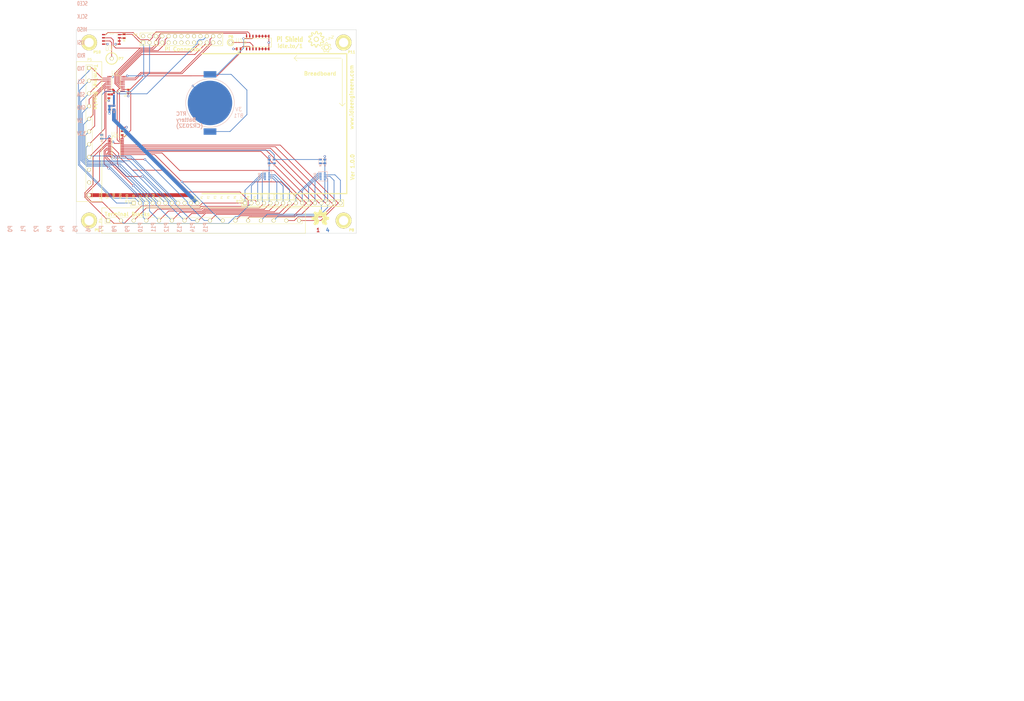
<source format=kicad_pcb>
(kicad_pcb (version 3) (host pcbnew "(2013-may-18)-stable")
  (layers (15 F.Cu signal) (2 Inner2.Cu power hide) (1 Inner1.Cu power hide) (0 B.Cu signal) (18 B.Paste user hide) (19 F.Paste user hide) (20 B.SilkS user) (21 F.SilkS user) (22 B.Mask user) (23 F.Mask user) (28 Edge.Cuts user))
  (net 0 "")
  (net 1 +3.3V)
  (net 2 +5V)
  (net 3 3.3VB)
  (net 4 GND)
  (net 5 GPIO_25)
  (net 6 INT_U1)
  (net 7 MISO)
  (net 8 MOSI)
  (net 9 N-0000016)
  (net 10 O.S.)
  (net 11 P0)
  (net 12 P1)
  (net 13 P10)
  (net 14 P11)
  (net 15 P12)
  (net 16 P13)
  (net 17 P14)
  (net 18 P15)
  (net 19 P2)
  (net 20 P3)
  (net 21 P4)
  (net 22 P5)
  (net 23 P6)
  (net 24 P7)
  (net 25 P8)
  (net 26 P9)
  (net 27 RXD)
  (net 28 SCE0)
  (net 29 SCL)
  (net 30 SCLK)
  (net 31 SDA)
  (net 32 TXD)
  (net 33 U_MISO)
  (net 34 U_MOSI)
  (net 35 U_RXD)
  (net 36 U_SCE0)
  (net 37 U_SCL)
  (net 38 U_SCLK)
  (net 39 U_SDA)
  (net 40 U_TXD)
  (module 1pin (layer F.Cu) (at 78.0542 19.0246)
    (fp_text reference P6 (at 0.127 -2.286) (layer F.SilkS) (effects (font (size 1.016 1.016) (thickness 0.254))))
    (fp_text value CONN_1 hide)
    (pad 1 thru_hole circle (at 0 0) (size 1.524 1.524) (drill 1.016) (layers *.Cu *.Mask F.SilkS) (net 6 INT_U1))
  )
  (module SSOP24 (layer F.Cu) (at 32.258 60.96 270)
    (fp_text reference U4 (at -5.3086 0.4064 360) (layer F.SilkS) (effects (font (size 1.5 1.5))))
    (fp_text value MAX7313AEG hide)
    (pad 1 smd rect (at -3.4925 2.54 270) (size 0.35052 1.39954) (layers F.Cu F.Paste F.Mask) (net 5 GPIO_25))
    (pad 2 smd rect (at -2.8575 2.54 270) (size 0.35052 1.39954) (layers F.Cu F.Paste F.Mask) (net 4 GND))
    (pad 3 smd rect (at -2.2225 2.54 270) (size 0.35052 1.39954) (layers F.Cu F.Paste F.Mask) (net 4 GND))
    (pad 4 smd rect (at -1.5875 2.54 270) (size 0.35052 1.39954) (layers F.Cu F.Paste F.Mask) (net 11 P0))
    (pad 5 smd rect (at -0.9525 2.54 270) (size 0.35052 1.39954) (layers F.Cu F.Paste F.Mask) (net 12 P1))
    (pad 6 smd rect (at -0.3175 2.54 270) (size 0.35052 1.39954) (layers F.Cu F.Paste F.Mask) (net 19 P2))
    (pad 7 smd rect (at 0.3175 2.54 270) (size 0.35052 1.39954) (layers F.Cu F.Paste F.Mask) (net 20 P3))
    (pad 8 smd rect (at 0.9525 2.54 270) (size 0.35052 1.39954) (layers F.Cu F.Paste F.Mask) (net 21 P4))
    (pad 9 smd rect (at 1.5875 2.54 270) (size 0.35052 1.39954) (layers F.Cu F.Paste F.Mask) (net 22 P5))
    (pad 10 smd rect (at 2.2225 2.54 270) (size 0.35052 1.39954) (layers F.Cu F.Paste F.Mask) (net 23 P6))
    (pad 11 smd rect (at 2.8575 2.54 270) (size 0.35052 1.39954) (layers F.Cu F.Paste F.Mask) (net 24 P7))
    (pad 12 smd rect (at 3.4925 2.54 270) (size 0.35052 1.39954) (layers F.Cu F.Paste F.Mask) (net 4 GND))
    (pad 13 smd rect (at 3.4925 -2.54 270) (size 0.35052 1.39954) (layers F.Cu F.Paste F.Mask) (net 25 P8))
    (pad 14 smd rect (at 2.8575 -2.54 270) (size 0.35052 1.39954) (layers F.Cu F.Paste F.Mask) (net 26 P9))
    (pad 15 smd rect (at 2.2225 -2.54 270) (size 0.35052 1.39954) (layers F.Cu F.Paste F.Mask) (net 13 P10))
    (pad 16 smd rect (at 1.5875 -2.54 270) (size 0.35052 1.39954) (layers F.Cu F.Paste F.Mask) (net 14 P11))
    (pad 17 smd rect (at 0.9525 -2.54 270) (size 0.35052 1.39954) (layers F.Cu F.Paste F.Mask) (net 15 P12))
    (pad 18 smd rect (at 0.3175 -2.54 270) (size 0.35052 1.39954) (layers F.Cu F.Paste F.Mask) (net 16 P13))
    (pad 19 smd rect (at -0.3175 -2.54 270) (size 0.35052 1.39954) (layers F.Cu F.Paste F.Mask) (net 17 P14))
    (pad 20 smd rect (at -0.9525 -2.54 270) (size 0.35052 1.39954) (layers F.Cu F.Paste F.Mask) (net 18 P15))
    (pad 21 smd rect (at -1.5875 -2.54 270) (size 0.35052 1.39954) (layers F.Cu F.Paste F.Mask) (net 4 GND))
    (pad 22 smd rect (at -2.2225 -2.54 270) (size 0.35052 1.39954) (layers F.Cu F.Paste F.Mask) (net 29 SCL))
    (pad 23 smd rect (at -2.8575 -2.54 270) (size 0.35052 1.39954) (layers F.Cu F.Paste F.Mask) (net 31 SDA))
    (pad 24 smd rect (at -3.4925 -2.54 270) (size 0.35052 1.39954) (layers F.Cu F.Paste F.Mask) (net 1 +3.3V))
  )
  (module SM0603 (layer B.Cu) (at 95.504 66.548 270)
    (fp_text reference R4 (at 1.7272 -0.0508 360) (layer B.SilkS) (effects (font (size 0.508 0.4572) (thickness 0.1143)) (justify mirror)))
    (fp_text value 0 hide)
    (pad 1 smd rect (at -0.762 0 270) (size 0.635 1.143) (layers B.Cu B.Paste B.Mask) (net 3 3.3VB))
    (pad 2 smd rect (at 0.762 0 270) (size 0.635 1.143) (layers B.Cu B.Paste B.Mask) (net 2 +5V))
  )
  (module SM0603 (layer F.Cu) (at 37.211 38.608 90)
    (fp_text reference C3 (at -1.778 -1.1938 180) (layer F.SilkS) (effects (font (size 0.508 0.4572) (thickness 0.1143))))
    (fp_text value 1uF hide)
    (pad 1 smd rect (at -0.762 0 90) (size 0.635 1.143) (layers F.Cu F.Paste F.Mask) (net 4 GND))
    (pad 2 smd rect (at 0.762 0 90) (size 0.635 1.143) (layers F.Cu F.Paste F.Mask) (net 1 +3.3V))
  )
  (module SM0603 (layer F.Cu) (at 29.464 40.513 90)
    (fp_text reference C2 (at -1.8034 -0.9906 180) (layer F.SilkS) (effects (font (size 0.508 0.4572) (thickness 0.1143))))
    (fp_text value 1uF hide)
    (pad 1 smd rect (at -0.762 0 90) (size 0.635 1.143) (layers F.Cu F.Paste F.Mask) (net 4 GND))
    (pad 2 smd rect (at 0.762 0 90) (size 0.635 1.143) (layers F.Cu F.Paste F.Mask) (net 2 +5V))
  )
  (module SM0603 (layer B.Cu) (at 31.496 45.085 90)
    (fp_text reference R1 (at -1.8288 0 180) (layer B.SilkS) (effects (font (size 0.508 0.4572) (thickness 0.1143)) (justify mirror)))
    (fp_text value 0 hide)
    (pad 1 smd rect (at -0.762 0 90) (size 0.635 1.143) (layers B.Cu B.Paste B.Mask) (net 3 3.3VB))
    (pad 2 smd rect (at 0.762 0 90) (size 0.635 1.143) (layers B.Cu B.Paste B.Mask) (net 2 +5V))
  )
  (module SM0603 (layer B.Cu) (at 29.718 45.085 90)
    (fp_text reference R2 (at -1.7526 -1.1684 180) (layer B.SilkS) (effects (font (size 0.508 0.4572) (thickness 0.1143)) (justify mirror)))
    (fp_text value 0 hide)
    (pad 1 smd rect (at -0.762 0 90) (size 0.635 1.143) (layers B.Cu B.Paste B.Mask) (net 2 +5V))
    (pad 2 smd rect (at 0.762 0 90) (size 0.635 1.143) (layers B.Cu B.Paste B.Mask) (net 2 +5V))
  )
  (module SM0603 (layer B.Cu) (at 113.919 66.548 270)
    (fp_text reference R6 (at 1.7272 0 360) (layer B.SilkS) (effects (font (size 0.508 0.4572) (thickness 0.1143)) (justify mirror)))
    (fp_text value 0 hide)
    (pad 1 smd rect (at -0.762 0 270) (size 0.635 1.143) (layers B.Cu B.Paste B.Mask) (net 3 3.3VB))
    (pad 2 smd rect (at 0.762 0 270) (size 0.635 1.143) (layers B.Cu B.Paste B.Mask) (net 2 +5V))
  )
  (module SM0603 (layer B.Cu) (at 115.697 66.548 270)
    (fp_text reference R7 (at 1.778 -0.0508 360) (layer B.SilkS) (effects (font (size 0.508 0.4572) (thickness 0.1143)) (justify mirror)))
    (fp_text value 0 hide)
    (pad 1 smd rect (at -0.762 0 270) (size 0.635 1.143) (layers B.Cu B.Paste B.Mask) (net 2 +5V))
    (pad 2 smd rect (at 0.762 0 270) (size 0.635 1.143) (layers B.Cu B.Paste B.Mask) (net 2 +5V))
  )
  (module SM0603 (layer B.Cu) (at 93.472 66.548 270)
    (fp_text reference R5 (at 1.7272 -0.0254 360) (layer B.SilkS) (effects (font (size 0.508 0.4572) (thickness 0.1143)) (justify mirror)))
    (fp_text value 0 hide)
    (pad 1 smd rect (at -0.762 0 270) (size 0.635 1.143) (layers B.Cu B.Paste B.Mask) (net 2 +5V))
    (pad 2 smd rect (at 0.762 0 270) (size 0.635 1.143) (layers B.Cu B.Paste B.Mask) (net 2 +5V))
  )
  (module SM0603 (layer B.Cu) (at 26.6192 56.6928 90)
    (fp_text reference R3 (at -1.7526 0.0508 180) (layer B.SilkS) (effects (font (size 0.508 0.4572) (thickness 0.1143)) (justify mirror)))
    (fp_text value 0 hide)
    (pad 1 smd rect (at -0.762 0 90) (size 0.635 1.143) (layers B.Cu B.Paste B.Mask) (net 5 GPIO_25))
    (pad 2 smd rect (at 0.762 0 90) (size 0.635 1.143) (layers B.Cu B.Paste B.Mask) (net 5 GPIO_25))
  )
  (module SM0603 (layer F.Cu) (at 34.798 55.245 270)
    (fp_text reference C6 (at 1.1938 -1.3462 360) (layer F.SilkS) (effects (font (size 0.508 0.4572) (thickness 0.1143))))
    (fp_text value 1uF hide)
    (pad 1 smd rect (at -0.762 0 270) (size 0.635 1.143) (layers F.Cu F.Paste F.Mask) (net 4 GND))
    (pad 2 smd rect (at 0.762 0 270) (size 0.635 1.143) (layers F.Cu F.Paste F.Mask) (net 1 +3.3V))
  )
  (module SM0603 (layer F.Cu) (at 35.56 16.51 270)
    (fp_text reference C5 (at 1.8288 0 360) (layer F.SilkS) (effects (font (size 0.508 0.4572) (thickness 0.1143))))
    (fp_text value 1uF hide)
    (pad 1 smd rect (at -0.762 0 270) (size 0.635 1.143) (layers F.Cu F.Paste F.Mask) (net 1 +3.3V))
    (pad 2 smd rect (at 0.762 0 270) (size 0.635 1.143) (layers F.Cu F.Paste F.Mask) (net 4 GND))
  )
  (module SM0603 (layer F.Cu) (at 81.28 21.59 180)
    (fp_text reference C1 (at 0 -1.3208 180) (layer F.SilkS) (effects (font (size 0.508 0.4572) (thickness 0.1143))))
    (fp_text value 1uF hide)
    (pad 1 smd rect (at -0.762 0 180) (size 0.635 1.143) (layers F.Cu F.Paste F.Mask) (net 1 +3.3V))
    (pad 2 smd rect (at 0.762 0 180) (size 0.635 1.143) (layers F.Cu F.Paste F.Mask) (net 4 GND))
  )
  (module R_10k_bus_8qty (layer B.Cu) (at 115.697 73.787 180)
    (fp_text reference RR2 (at 3.81 1.27 450) (layer B.SilkS) (effects (justify mirror)))
    (fp_text value 10k hide)
    (pad 1 smd rect (at 0 2.54 180) (size 0.8128 0.3556) (layers B.Cu B.Paste B.Mask) (net 2 +5V))
    (pad 2 smd rect (at 0 1.905 180) (size 0.8128 0.3556) (layers B.Cu B.Paste B.Mask) (net 18 P15))
    (pad 3 smd rect (at 0 1.27 180) (size 0.8128 0.3556) (layers B.Cu B.Paste B.Mask) (net 17 P14))
    (pad 4 smd rect (at 0 0.635 180) (size 0.8128 0.3556) (layers B.Cu B.Paste B.Mask) (net 16 P13))
    (pad 5 smd rect (at 0 0 180) (size 0.8128 0.3556) (layers B.Cu B.Paste B.Mask) (net 15 P12))
    (pad 6 smd rect (at 1.651 2.54 180) (size 0.8128 0.3556) (layers B.Cu B.Paste B.Mask) (net 25 P8))
    (pad 7 smd rect (at 1.651 1.905 180) (size 0.8128 0.3556) (layers B.Cu B.Paste B.Mask) (net 26 P9))
    (pad 8 smd rect (at 1.651 1.27 180) (size 0.8128 0.3556) (layers B.Cu B.Paste B.Mask) (net 13 P10))
    (pad 9 smd rect (at 1.651 0.635 180) (size 0.8128 0.3556) (layers B.Cu B.Paste B.Mask) (net 14 P11))
    (pad 10 smd rect (at 1.651 0 180) (size 0.8128 0.3556) (layers B.Cu B.Paste B.Mask))
  )
  (module R_10k_bus_8qty (layer B.Cu) (at 93.472 73.787 180)
    (fp_text reference RR1 (at 3.81 1.27 450) (layer B.SilkS) (effects (justify mirror)))
    (fp_text value 10k hide)
    (pad 1 smd rect (at 0 2.54 180) (size 0.8128 0.3556) (layers B.Cu B.Paste B.Mask) (net 2 +5V))
    (pad 2 smd rect (at 0 1.905 180) (size 0.8128 0.3556) (layers B.Cu B.Paste B.Mask) (net 24 P7))
    (pad 3 smd rect (at 0 1.27 180) (size 0.8128 0.3556) (layers B.Cu B.Paste B.Mask) (net 23 P6))
    (pad 4 smd rect (at 0 0.635 180) (size 0.8128 0.3556) (layers B.Cu B.Paste B.Mask) (net 22 P5))
    (pad 5 smd rect (at 0 0 180) (size 0.8128 0.3556) (layers B.Cu B.Paste B.Mask) (net 21 P4))
    (pad 6 smd rect (at 1.651 2.54 180) (size 0.8128 0.3556) (layers B.Cu B.Paste B.Mask) (net 11 P0))
    (pad 7 smd rect (at 1.651 1.905 180) (size 0.8128 0.3556) (layers B.Cu B.Paste B.Mask) (net 12 P1))
    (pad 8 smd rect (at 1.651 1.27 180) (size 0.8128 0.3556) (layers B.Cu B.Paste B.Mask) (net 19 P2))
    (pad 9 smd rect (at 1.651 0.635 180) (size 0.8128 0.3556) (layers B.Cu B.Paste B.Mask) (net 20 P3))
    (pad 10 smd rect (at 1.651 0 180) (size 0.8128 0.3556) (layers B.Cu B.Paste B.Mask))
  )
  (module PIN_ARRAY_16x1_0-2in (layer F.Cu) (at 67.31 90.17)
    (fp_text reference P4 (at -41.2242 0.0254 90) (layer F.SilkS))
    (fp_text value CONN_16 hide)
    (pad 1 thru_hole rect (at -38.1 0) (size 1.524 1.524) (drill 1.016) (layers *.Cu *.Mask F.SilkS) (net 11 P0))
    (pad 2 thru_hole circle (at -33.02 0) (size 1.524 1.524) (drill 1.016) (layers *.Cu *.Mask F.SilkS) (net 12 P1))
    (pad 3 thru_hole circle (at -27.94 0) (size 1.524 1.524) (drill 1.016) (layers *.Cu *.Mask F.SilkS) (net 19 P2))
    (pad 4 thru_hole circle (at -22.86 0) (size 1.524 1.524) (drill 1.016) (layers *.Cu *.Mask F.SilkS) (net 20 P3))
    (pad 5 thru_hole circle (at -17.78 0) (size 1.524 1.524) (drill 1.016) (layers *.Cu *.Mask F.SilkS) (net 21 P4))
    (pad 6 thru_hole circle (at -12.7 0) (size 1.524 1.524) (drill 1.016) (layers *.Cu *.Mask F.SilkS) (net 22 P5))
    (pad 7 thru_hole circle (at -7.62 0) (size 1.524 1.524) (drill 1.016) (layers *.Cu *.Mask F.SilkS) (net 23 P6))
    (pad 8 thru_hole circle (at -2.54 0) (size 1.524 1.524) (drill 1.016) (layers *.Cu *.Mask F.SilkS) (net 24 P7))
    (pad 9 thru_hole circle (at 2.54 0) (size 1.524 1.524) (drill 1.016) (layers *.Cu *.Mask F.SilkS) (net 25 P8))
    (pad 10 thru_hole circle (at 7.62 0) (size 1.524 1.524) (drill 1.016) (layers *.Cu *.Mask F.SilkS) (net 26 P9))
    (pad 11 thru_hole circle (at 12.7 0) (size 1.524 1.524) (drill 1.016) (layers *.Cu *.Mask F.SilkS) (net 13 P10))
    (pad 12 thru_hole circle (at 17.78 0) (size 1.524 1.524) (drill 1.016) (layers *.Cu *.Mask F.SilkS) (net 14 P11))
    (pad 13 thru_hole circle (at 22.86 0) (size 1.524 1.524) (drill 1.016) (layers *.Cu *.Mask F.SilkS) (net 15 P12))
    (pad 14 thru_hole circle (at 27.94 0) (size 1.524 1.524) (drill 1.016) (layers *.Cu *.Mask F.SilkS) (net 16 P13))
    (pad 15 thru_hole circle (at 33.02 0) (size 1.524 1.524) (drill 1.016) (layers *.Cu *.Mask F.SilkS) (net 17 P14))
    (pad 16 thru_hole circle (at 38.1 0) (size 1.524 1.524) (drill 1.016) (layers *.Cu *.Mask F.SilkS) (net 18 P15))
  )
  (module PIN_ARRAY_16x1 (layer F.Cu) (at 88.9 83.185)
    (fp_text reference P2 (at -7.6962 -0.5334) (layer F.SilkS) (effects (font (size 1.016 1.016) (thickness 0.2032))))
    (fp_text value CONN_16 hide)
    (pad 1 thru_hole rect (at -5.08 0) (size 1.524 1.524) (drill 1.016) (layers *.Cu *.Mask F.SilkS) (net 11 P0))
    (pad 2 thru_hole circle (at -2.54 0) (size 1.524 1.524) (drill 1.016) (layers *.Cu *.Mask F.SilkS) (net 12 P1))
    (pad 3 thru_hole circle (at 0 0) (size 1.524 1.524) (drill 1.016) (layers *.Cu *.Mask F.SilkS) (net 19 P2))
    (pad 4 thru_hole circle (at 2.54 0) (size 1.524 1.524) (drill 1.016) (layers *.Cu *.Mask F.SilkS) (net 20 P3))
    (pad 5 thru_hole circle (at 5.08 0) (size 1.524 1.524) (drill 1.016) (layers *.Cu *.Mask F.SilkS) (net 21 P4))
    (pad 6 thru_hole circle (at 7.62 0) (size 1.524 1.524) (drill 1.016) (layers *.Cu *.Mask F.SilkS) (net 22 P5))
    (pad 7 thru_hole circle (at 10.16 0) (size 1.524 1.524) (drill 1.016) (layers *.Cu *.Mask F.SilkS) (net 23 P6))
    (pad 8 thru_hole circle (at 12.7 0) (size 1.524 1.524) (drill 1.016) (layers *.Cu *.Mask F.SilkS) (net 24 P7))
    (pad 9 thru_hole circle (at 15.24 0) (size 1.524 1.524) (drill 1.016) (layers *.Cu *.Mask F.SilkS) (net 25 P8))
    (pad 10 thru_hole circle (at 17.78 0) (size 1.524 1.524) (drill 1.016) (layers *.Cu *.Mask F.SilkS) (net 26 P9))
    (pad 11 thru_hole circle (at 20.32 0) (size 1.524 1.524) (drill 1.016) (layers *.Cu *.Mask F.SilkS) (net 13 P10))
    (pad 12 thru_hole circle (at 22.86 0) (size 1.524 1.524) (drill 1.016) (layers *.Cu *.Mask F.SilkS) (net 14 P11))
    (pad 13 thru_hole circle (at 25.4 0) (size 1.524 1.524) (drill 1.016) (layers *.Cu *.Mask F.SilkS) (net 15 P12))
    (pad 14 thru_hole circle (at 27.94 0) (size 1.524 1.524) (drill 1.016) (layers *.Cu *.Mask F.SilkS) (net 16 P13))
    (pad 15 thru_hole circle (at 30.48 0) (size 1.524 1.524) (drill 1.016) (layers *.Cu *.Mask F.SilkS) (net 17 P14))
    (pad 16 thru_hole circle (at 33.02 0) (size 1.524 1.524) (drill 1.016) (layers *.Cu *.Mask F.SilkS) (net 18 P15))
  )
  (module pin_array_13x2 (layer F.Cu) (at 58.42 17.78)
    (fp_text reference P1 (at -18.2626 -1.778) (layer F.SilkS) (effects (font (size 1.016 1.016) (thickness 0.2032))))
    (fp_text value CONN_13X2 hide)
    (pad 1 thru_hole rect (at -15.24 1.27) (size 1.524 1.524) (drill 1.016) (layers *.Cu *.Mask F.SilkS) (net 1 +3.3V))
    (pad 2 thru_hole circle (at -15.24 -1.27) (size 1.524 1.524) (drill 1.016) (layers *.Cu *.Mask F.SilkS) (net 2 +5V))
    (pad 3 thru_hole circle (at -12.7 1.27) (size 1.524 1.524) (drill 1.016) (layers *.Cu *.Mask F.SilkS) (net 31 SDA))
    (pad 4 thru_hole circle (at -12.7 -1.27) (size 1.524 1.524) (drill 1.016) (layers *.Cu *.Mask F.SilkS) (net 2 +5V))
    (pad 5 thru_hole circle (at -10.16 1.27) (size 1.524 1.524) (drill 1.016) (layers *.Cu *.Mask F.SilkS) (net 29 SCL))
    (pad 6 thru_hole circle (at -10.16 -1.27) (size 1.524 1.524) (drill 1.016) (layers *.Cu *.Mask F.SilkS) (net 4 GND))
    (pad 7 thru_hole circle (at -7.62 1.27) (size 1.524 1.524) (drill 1.016) (layers *.Cu *.Mask F.SilkS))
    (pad 8 thru_hole circle (at -7.62 -1.27) (size 1.524 1.524) (drill 1.016) (layers *.Cu *.Mask F.SilkS) (net 32 TXD))
    (pad 9 thru_hole circle (at -5.08 1.27) (size 1.524 1.524) (drill 1.016) (layers *.Cu *.Mask F.SilkS) (net 4 GND))
    (pad 10 thru_hole circle (at -5.08 -1.27) (size 1.524 1.524) (drill 1.016) (layers *.Cu *.Mask F.SilkS) (net 27 RXD))
    (pad 11 thru_hole circle (at -2.54 1.27) (size 1.524 1.524) (drill 1.016) (layers *.Cu *.Mask F.SilkS))
    (pad 12 thru_hole circle (at -2.54 -1.27) (size 1.524 1.524) (drill 1.016) (layers *.Cu *.Mask F.SilkS))
    (pad 13 thru_hole circle (at 0 1.27) (size 1.524 1.524) (drill 1.016) (layers *.Cu *.Mask F.SilkS))
    (pad 14 thru_hole circle (at 0 -1.27) (size 1.524 1.524) (drill 1.016) (layers *.Cu *.Mask F.SilkS) (net 4 GND))
    (pad 15 thru_hole circle (at 2.54 1.27) (size 1.524 1.524) (drill 1.016) (layers *.Cu *.Mask F.SilkS))
    (pad 16 thru_hole circle (at 2.54 -1.27) (size 1.524 1.524) (drill 1.016) (layers *.Cu *.Mask F.SilkS))
    (pad 17 thru_hole circle (at 5.08 1.27) (size 1.524 1.524) (drill 1.016) (layers *.Cu *.Mask F.SilkS))
    (pad 18 thru_hole circle (at 5.08 -1.27) (size 1.524 1.524) (drill 1.016) (layers *.Cu *.Mask F.SilkS))
    (pad 19 thru_hole circle (at 7.62 1.27) (size 1.524 1.524) (drill 1.016) (layers *.Cu *.Mask F.SilkS) (net 8 MOSI))
    (pad 20 thru_hole circle (at 7.62 -1.27) (size 1.524 1.524) (drill 1.016) (layers *.Cu *.Mask F.SilkS))
    (pad 21 thru_hole circle (at 10.16 1.27) (size 1.524 1.524) (drill 1.016) (layers *.Cu *.Mask F.SilkS) (net 7 MISO))
    (pad 22 thru_hole circle (at 10.16 -1.27) (size 1.524 1.524) (drill 1.016) (layers *.Cu *.Mask F.SilkS) (net 5 GPIO_25))
    (pad 23 thru_hole circle (at 12.7 1.27) (size 1.524 1.524) (drill 1.016) (layers *.Cu *.Mask F.SilkS) (net 30 SCLK))
    (pad 24 thru_hole circle (at 12.7 -1.27) (size 1.524 1.524) (drill 1.016) (layers *.Cu *.Mask F.SilkS) (net 28 SCE0))
    (pad 25 thru_hole circle (at 15.24 1.27) (size 1.524 1.524) (drill 1.016) (layers *.Cu *.Mask F.SilkS))
    (pad 26 thru_hole circle (at 15.24 -1.27) (size 1.524 1.524) (drill 1.016) (layers *.Cu *.Mask F.SilkS))
  )
  (module PIN_ARRAY_11x1_0-2in (layer F.Cu) (at 21.59 54.61 270)
    (fp_text reference P5 (at -28.7274 -0.1524 360) (layer F.SilkS))
    (fp_text value CONN_11 hide)
    (pad 1 thru_hole rect (at -25.4 0 270) (size 1.524 1.524) (drill 1.016) (layers *.Cu *.Mask F.SilkS) (net 36 U_SCE0))
    (pad 2 thru_hole circle (at -20.32 0 270) (size 1.524 1.524) (drill 1.016) (layers *.Cu *.Mask F.SilkS) (net 38 U_SCLK))
    (pad 3 thru_hole circle (at -15.24 0 270) (size 1.524 1.524) (drill 1.016) (layers *.Cu *.Mask F.SilkS) (net 33 U_MISO))
    (pad 4 thru_hole circle (at -10.16 0 270) (size 1.524 1.524) (drill 1.016) (layers *.Cu *.Mask F.SilkS) (net 34 U_MOSI))
    (pad 5 thru_hole circle (at -5.08 0 270) (size 1.524 1.524) (drill 1.016) (layers *.Cu *.Mask F.SilkS) (net 35 U_RXD))
    (pad 6 thru_hole circle (at 0 0 270) (size 1.524 1.524) (drill 1.016) (layers *.Cu *.Mask F.SilkS) (net 40 U_TXD))
    (pad 7 thru_hole circle (at 5.08 0 270) (size 1.524 1.524) (drill 1.016) (layers *.Cu *.Mask F.SilkS) (net 37 U_SCL))
    (pad 8 thru_hole circle (at 10.16 0 270) (size 1.524 1.524) (drill 1.016) (layers *.Cu *.Mask F.SilkS) (net 39 U_SDA))
    (pad 9 thru_hole circle (at 15.24 0 270) (size 1.524 1.524) (drill 1.016) (layers *.Cu *.Mask F.SilkS) (net 4 GND))
    (pad 10 thru_hole circle (at 20.32 0 270) (size 1.524 1.524) (drill 1.016) (layers *.Cu *.Mask F.SilkS) (net 2 +5V))
    (pad 11 thru_hole circle (at 25.4 0 270) (size 1.524 1.524) (drill 1.016) (layers *.Cu *.Mask F.SilkS) (net 3 3.3VB))
  )
  (module PIN_ARRAY_11x1 (layer F.Cu) (at 52.07 83.185)
    (fp_text reference P3 (at -15.24 -0.4318) (layer F.SilkS))
    (fp_text value CONN_11 hide)
    (pad 1 thru_hole rect (at -12.7 0) (size 1.524 1.524) (drill 1.016) (layers *.Cu *.Mask F.SilkS) (net 36 U_SCE0))
    (pad 2 thru_hole circle (at -10.16 0) (size 1.524 1.524) (drill 1.016) (layers *.Cu *.Mask F.SilkS) (net 38 U_SCLK))
    (pad 3 thru_hole circle (at -7.62 0) (size 1.524 1.524) (drill 1.016) (layers *.Cu *.Mask F.SilkS) (net 33 U_MISO))
    (pad 4 thru_hole circle (at -5.08 0) (size 1.524 1.524) (drill 1.016) (layers *.Cu *.Mask F.SilkS) (net 34 U_MOSI))
    (pad 5 thru_hole circle (at -2.54 0) (size 1.524 1.524) (drill 1.016) (layers *.Cu *.Mask F.SilkS) (net 35 U_RXD))
    (pad 6 thru_hole circle (at 0 0) (size 1.524 1.524) (drill 1.016) (layers *.Cu *.Mask F.SilkS) (net 40 U_TXD))
    (pad 7 thru_hole circle (at 2.54 0) (size 1.524 1.524) (drill 1.016) (layers *.Cu *.Mask F.SilkS) (net 37 U_SCL))
    (pad 8 thru_hole circle (at 5.08 0) (size 1.524 1.524) (drill 1.016) (layers *.Cu *.Mask F.SilkS) (net 39 U_SDA))
    (pad 9 thru_hole circle (at 7.62 0) (size 1.524 1.524) (drill 1.016) (layers *.Cu *.Mask F.SilkS) (net 4 GND))
    (pad 10 thru_hole circle (at 10.16 0) (size 1.524 1.524) (drill 1.016) (layers *.Cu *.Mask F.SilkS) (net 2 +5V))
    (pad 11 thru_hole circle (at 12.7 0) (size 1.524 1.524) (drill 1.016) (layers *.Cu *.Mask F.SilkS) (net 3 3.3VB))
  )
  (module SO8N (layer F.Cu) (at 30.48 17.78 270)
    (fp_text reference U3 (at 3.8608 0.9906 360) (layer F.SilkS) (effects (font (size 1.5 1.5))))
    (fp_text value DS7505 hide)
    (pad 8 smd rect (at -1.905 -3.175 270) (size 0.508 1.143) (layers F.Cu F.Paste F.Mask) (net 1 +3.3V))
    (pad 7 smd rect (at -0.635 -3.175 270) (size 0.508 1.143) (layers F.Cu F.Paste F.Mask) (net 4 GND))
    (pad 6 smd rect (at 0.635 -3.175 270) (size 0.508 1.143) (layers F.Cu F.Paste F.Mask) (net 4 GND))
    (pad 5 smd rect (at 1.905 -3.175 270) (size 0.508 1.143) (layers F.Cu F.Paste F.Mask) (net 4 GND))
    (pad 4 smd rect (at 1.905 3.175 270) (size 0.508 1.143) (layers F.Cu F.Paste F.Mask) (net 4 GND))
    (pad 3 smd rect (at 0.635 3.175 270) (size 0.508 1.143) (layers F.Cu F.Paste F.Mask) (net 10 O.S.))
    (pad 2 smd rect (at -0.635 3.175 270) (size 0.508 1.143) (layers F.Cu F.Paste F.Mask) (net 29 SCL))
    (pad 1 smd rect (at -1.905 3.175 270) (size 0.508 1.143) (layers F.Cu F.Paste F.Mask) (net 31 SDA))
  )
  (module TSSOP_PW_20 (layer F.Cu) (at 32.258 35.56 90)
    (fp_text reference U2 (at 4.4704 -0.3556 180) (layer F.SilkS) (effects (font (size 1.5 1.5))))
    (fp_text value TXB0108 hide)
    (pad 1 smd rect (at -2.9 2.85 90) (size 0.25 1.55) (layers F.Cu F.Paste F.Mask) (net 31 SDA))
    (pad 2 smd rect (at -2.25 2.85 90) (size 0.25 1.55) (layers F.Cu F.Paste F.Mask) (net 1 +3.3V))
    (pad 3 smd rect (at -1.6 2.85 90) (size 0.25 1.55) (layers F.Cu F.Paste F.Mask) (net 29 SCL))
    (pad 4 smd rect (at -0.95 2.85 90) (size 0.25 1.55) (layers F.Cu F.Paste F.Mask) (net 32 TXD))
    (pad 5 smd rect (at -0.3 2.85 90) (size 0.25 1.55) (layers F.Cu F.Paste F.Mask) (net 27 RXD))
    (pad 6 smd rect (at 0.35 2.85 90) (size 0.25 1.55) (layers F.Cu F.Paste F.Mask) (net 8 MOSI))
    (pad 7 smd rect (at 1 2.85 90) (size 0.25 1.55) (layers F.Cu F.Paste F.Mask) (net 7 MISO))
    (pad 8 smd rect (at 1.65 2.85 90) (size 0.25 1.55) (layers F.Cu F.Paste F.Mask) (net 30 SCLK))
    (pad 9 smd rect (at 2.3 2.85 90) (size 0.25 1.55) (layers F.Cu F.Paste F.Mask) (net 28 SCE0))
    (pad 10 smd rect (at 2.95 2.85 90) (size 0.25 1.55) (layers F.Cu F.Paste F.Mask) (net 1 +3.3V))
    (pad 11 smd rect (at 2.95 -2.75 90) (size 0.25 1.55) (layers F.Cu F.Paste F.Mask) (net 4 GND))
    (pad 12 smd rect (at 2.3 -2.75 90) (size 0.25 1.55) (layers F.Cu F.Paste F.Mask) (net 36 U_SCE0))
    (pad 13 smd rect (at 1.65 -2.75 90) (size 0.25 1.55) (layers F.Cu F.Paste F.Mask) (net 38 U_SCLK))
    (pad 14 smd rect (at 1 -2.75 90) (size 0.25 1.55) (layers F.Cu F.Paste F.Mask) (net 33 U_MISO))
    (pad 15 smd rect (at 0.35 -2.75 90) (size 0.25 1.55) (layers F.Cu F.Paste F.Mask) (net 34 U_MOSI))
    (pad 16 smd rect (at -0.3 -2.75 90) (size 0.25 1.55) (layers F.Cu F.Paste F.Mask) (net 35 U_RXD))
    (pad 17 smd rect (at -0.95 -2.75 90) (size 0.25 1.55) (layers F.Cu F.Paste F.Mask) (net 40 U_TXD))
    (pad 18 smd rect (at -1.6 -2.75 90) (size 0.25 1.55) (layers F.Cu F.Paste F.Mask) (net 37 U_SCL))
    (pad 19 smd rect (at -2.25 -2.75 90) (size 0.25 1.55) (layers F.Cu F.Paste F.Mask) (net 2 +5V))
    (pad 20 smd rect (at -2.9 -2.75 90) (size 0.25 1.55) (layers F.Cu F.Paste F.Mask) (net 39 U_SDA))
  )
  (module SO16E (layer F.Cu) (at 88.9 19.05)
    (fp_text reference U1 (at -7.3406 -0.889) (layer F.SilkS) (effects (font (size 1.5 1.5))))
    (fp_text value DS3231 hide)
    (pad 1 smd rect (at -4.445 2.54) (size 0.508 1.143) (layers F.Cu F.Paste F.Mask))
    (pad 2 smd rect (at -3.175 2.54) (size 0.508 1.143) (layers F.Cu F.Paste F.Mask) (net 1 +3.3V))
    (pad 3 smd rect (at -1.905 2.54) (size 0.508 1.143) (layers F.Cu F.Paste F.Mask) (net 6 INT_U1))
    (pad 4 smd rect (at -0.635 2.54) (size 0.508 1.143) (layers F.Cu F.Paste F.Mask))
    (pad 5 smd rect (at 0.635 2.54) (size 0.508 1.143) (layers F.Cu F.Paste F.Mask) (net 4 GND))
    (pad 6 smd rect (at 1.905 2.54) (size 0.508 1.143) (layers F.Cu F.Paste F.Mask) (net 4 GND))
    (pad 7 smd rect (at 3.175 2.54) (size 0.508 1.143) (layers F.Cu F.Paste F.Mask) (net 4 GND))
    (pad 8 smd rect (at 4.445 2.54) (size 0.508 1.143) (layers F.Cu F.Paste F.Mask) (net 4 GND))
    (pad 9 smd rect (at 4.445 -2.54) (size 0.508 1.143) (layers F.Cu F.Paste F.Mask) (net 4 GND))
    (pad 10 smd rect (at 3.175 -2.54) (size 0.508 1.143) (layers F.Cu F.Paste F.Mask) (net 4 GND))
    (pad 11 smd rect (at 1.905 -2.54) (size 0.508 1.143) (layers F.Cu F.Paste F.Mask) (net 4 GND))
    (pad 12 smd rect (at 0.635 -2.54) (size 0.508 1.143) (layers F.Cu F.Paste F.Mask) (net 4 GND))
    (pad 13 smd rect (at -0.635 -2.54) (size 0.508 1.143) (layers F.Cu F.Paste F.Mask) (net 4 GND))
    (pad 14 smd rect (at -1.905 -2.54) (size 0.508 1.143) (layers F.Cu F.Paste F.Mask) (net 9 N-0000016))
    (pad 15 smd rect (at -3.175 -2.54) (size 0.508 1.143) (layers F.Cu F.Paste F.Mask) (net 31 SDA))
    (pad 16 smd rect (at -4.445 -2.54) (size 0.508 1.143) (layers F.Cu F.Paste F.Mask) (net 29 SCL))
  )
  (module BAT-HLD-CR2032-on-board (layer B.Cu) (at 69.85 43.18 270)
    (fp_text reference BT1 (at 5.08 -11.43 540) (layer B.SilkS) (effects (font (size 1.5 1.5)) (justify mirror)))
    (fp_text value 3V (at 2.54 -11.43 540) (layer B.SilkS) (effects (font (size 1.5 1.5)) (justify mirror)))
    (pad 2 smd circle (at 0 0 270) (size 17.78 17.78) (layers B.Cu B.Paste B.Mask) (net 4 GND))
    (pad 1 smd rect (at -11.43 0 270) (size 2.54 5.08) (layers B.Cu B.Paste B.Mask) (net 9 N-0000016))
    (pad 1 smd rect (at 11.43 0 270) (size 2.54 5.08) (layers B.Cu B.Paste B.Mask) (net 9 N-0000016))
  )
  (module 1pin (layer F.Cu) (at 30.607 25.4254)
    (fp_text reference P7 (at 3.683 0.1016) (layer F.SilkS) (effects (font (size 1.016 1.016) (thickness 0.254))))
    (fp_text value CONN_1 hide)
    (pad 1 thru_hole circle (at 0 0) (size 1.524 1.524) (drill 1.016) (layers *.Cu *.Mask F.SilkS) (net 10 O.S.))
  )
  (module OSHW-logo_silkscreen-back_7mm (layer F.Cu) (at 113.919 88.9254)
    (fp_text reference G*** hide)
    (fp_text value OSHW-logo_silkscreen-back_7mm hide)
  )
  (module 1pin-no-silk (layer F.Cu) (at 123.19 90.17)
    (fp_text reference P8 (at 3.175 3.81) (layer F.SilkS) (effects (font (size 1.016 1.016) (thickness 0.254))))
    (fp_text value CONN_1 hide)
    (pad 1 thru_hole circle (at 0 0) (size 6.35 6.35) (drill 3.7084) (layers *.Cu *.Mask F.SilkS) (net 4 GND))
  )
  (module 1pin-no-silk (layer F.Cu) (at 21.59 90.17)
    (fp_text reference P9 (at 3.175 3.81) (layer F.SilkS) (effects (font (size 1.016 1.016) (thickness 0.254))))
    (fp_text value CONN_1 hide)
    (pad 1 thru_hole circle (at 0 0) (size 6.35 6.35) (drill 3.7084) (layers *.Cu *.Mask F.SilkS) (net 4 GND))
  )
  (module 1pin-no-silk (layer F.Cu) (at 21.59 19.05)
    (fp_text reference P10 (at 3.175 3.81) (layer F.SilkS) (effects (font (size 1.016 1.016) (thickness 0.254))))
    (fp_text value CONN_1 hide)
    (pad 1 thru_hole circle (at 0 0) (size 6.35 6.35) (drill 3.7084) (layers *.Cu *.Mask F.SilkS) (net 4 GND))
  )
  (module 1pin-no-silk (layer F.Cu) (at 123.19 19.05)
    (fp_text reference P11 (at 3.175 3.81) (layer F.SilkS) (effects (font (size 1.016 1.016) (thickness 0.254))))
    (fp_text value CONN_1 hide)
    (pad 1 thru_hole circle (at 0 0) (size 6.35 6.35) (drill 3.7084) (layers *.Cu *.Mask F.SilkS) (net 4 GND))
  )
  (module LOGO (layer F.Cu) (at 114.173 18.669)
    (fp_text reference G*** hide)
    (fp_text value LOGO hide)
  )
  (gr_line (start 124.46 23.495) (end 66.675 23.495) (angle 90) (layer F.SilkS) (width 0.43402))
  (gr_text www.idleengineers.com (at 126.365 40.894 90) (layer F.SilkS) (effects (font (size 1.5 1.5) (thickness 0.3))))
  (gr_text idle.to/1 (at 101.854 20.447) (layer F.SilkS) (effects (font (size 1.5 1.5) (thickness 0.3))))
  (gr_text "Pi Shield" (at 101.727 17.78) (layer F.SilkS) (effects (font (size 1.919 1.538) (thickness 0.3845))))
  (gr_text "Ver 1.0.0" (at 126.746 68.834 90) (layer F.SilkS) (effects (font (size 1.5 1.5) (thickness 0.3))))
  (gr_text 4 (at 116.84 93.98) (layer B.Cu) (effects (font (size 1.5 1.5) (thickness 0.3))))
  (gr_text 1 (at 113.03 93.98) (layer F.Cu) (effects (font (size 1.5 1.5) (thickness 0.3))))
  (gr_line (start 122.6693 25.5905) (end 122.6693 44.4119) (angle 90) (layer F.SilkS) (width 0.2))
  (gr_line (start 122.6693 44.4119) (end 121.5263 43.2689) (angle 90) (layer F.SilkS) (width 0.2))
  (gr_line (start 122.6693 44.4119) (end 123.8123 43.2689) (angle 90) (layer F.SilkS) (width 0.2))
  (gr_line (start 103.4288 25.273) (end 104.5718 26.416) (angle 90) (layer F.SilkS) (width 0.2))
  (gr_line (start 103.4288 25.273) (end 104.5718 24.13) (angle 90) (layer F.SilkS) (width 0.2))
  (gr_line (start 122.2502 25.273) (end 103.4288 25.273) (angle 90) (layer F.SilkS) (width 0.2))
  (gr_text "Breadboard\n" (at 113.8174 31.4452) (layer F.SilkS) (effects (font (size 1.5 1.5) (thickness 0.3))))
  (gr_text "SCE0\n\nSCLK\n\nMISO\n\nMOSI\n\nRXD\n\nTXD\n\nSCL\n\nSDA\n\nGND\n\n5V\n\n3.3V" (at 16.637 29.464) (layer B.SilkS) (effects (font (size 1.6143 1.0936) (thickness 0.2734)) (justify right mirror)))
  (gr_text "P0\n\nP1\n\nP2\n\nP3\n\nP4\n\nP5\n\nP6\n\nP7\n\nP8\n\nP9\n\nP10\n\nP11\n\nP12\n\nP13\n\nP14\n\nP15" (at 29.083 94.996 90) (layer B.SilkS) (effects (font (size 1.6143 1.3476) (thickness 0.2861)) (justify right mirror)))
  (gr_text "P0\n\nP1\n\nP2\n\nP3\n\nP4\n\nP5\n\nP6\n\nP7\n\nP8\n\nP9\n\nP10\n\nP11\n\nP12\n\nP13\n\nP14\n\nP15" (at 83.82 81.661 90) (layer F.SilkS) (effects (font (size 0.82296 0.6618) (thickness 0.127)) (justify left)))
  (gr_text "SCE0\n\nSCLK\n\nMIS0\n\nMOSI\n\nRXD\n\nTXD\n\nSCL\n\nSDA\n\nGND\n\n5V\n\n3V" (at 39.37 81.661 90) (layer F.SilkS) (effects (font (size 0.82296 0.6618) (thickness 0.127)) (justify left)))
  (gr_text "Terminal Blocks" (at 24.13 36.83 270) (layer F.SilkS) (effects (font (size 1.5 1.5) (thickness 0.3))))
  (gr_text "Terminal Blocks" (at 36.83 87.63) (layer F.SilkS) (effects (font (size 1.5 1.5) (thickness 0.3))))
  (gr_line (start 107.95 85.09) (end 26.67 85.09) (angle 90) (layer F.SilkS) (width 0.2))
  (gr_line (start 107.95 95.25) (end 107.95 85.09) (angle 90) (layer F.SilkS) (width 0.2))
  (gr_line (start 26.67 95.25) (end 107.95 95.25) (angle 90) (layer F.SilkS) (width 0.2))
  (gr_line (start 26.67 85.09) (end 26.67 95.25) (angle 90) (layer F.SilkS) (width 0.2))
  (gr_line (start 16.51 26.67) (end 26.67 26.67) (angle 90) (layer F.SilkS) (width 0.2))
  (gr_line (start 16.51 82.55) (end 16.51 26.67) (angle 90) (layer F.SilkS) (width 0.2))
  (gr_line (start 26.67 82.55) (end 16.51 82.55) (angle 90) (layer F.SilkS) (width 0.2))
  (gr_line (start 26.67 26.67) (end 26.67 82.55) (angle 90) (layer F.SilkS) (width 0.2))
  (gr_line (start 124.46 79.375) (end 124.46 23.495) (angle 90) (layer F.SilkS) (width 0.43402))
  (gr_line (start 66.6242 79.4004) (end 124.46 79.4004) (angle 90) (layer F.SilkS) (width 0.43402))
  (gr_text "RTC\nBattery\n(CR2032)" (at 56.134 49.911) (layer B.SilkS) (effects (font (size 1.5 1.5) (thickness 0.3)) (justify right mirror)))
  (gr_text "Pi Connector" (at 59.055 21.717) (layer F.SilkS) (effects (font (size 1.5 1.5) (thickness 0.3))))
  (gr_line (start 128.27 13.97) (end 16.51 13.97) (angle 90) (layer Edge.Cuts) (width 0.15))
  (gr_line (start 128.27 95.25) (end 128.27 13.97) (angle 90) (layer Edge.Cuts) (width 0.15))
  (gr_line (start 16.51 95.25) (end 128.27 95.25) (angle 90) (layer Edge.Cuts) (width 0.15))
  (gr_line (start 16.51 95.25) (end 16.51 13.97) (angle 90) (layer Edge.Cuts) (width 0.15))
  (segment (start 35.108 32.61) (end 36.5288 32.61) (width 0.254) (layer F.Cu) (net 1))
  (segment (start 36.816 32.3456) (end 43.392 32.3456) (width 0.254) (layer B.Cu) (net 1))
  (segment (start 36.8046 32.3342) (end 36.816 32.3456) (width 0.254) (layer B.Cu) (net 1))
  (via (at 36.8046 32.3342) (size 0.889) (layers F.Cu B.Cu) (net 1))
  (segment (start 36.5288 32.61) (end 36.8046 32.3342) (width 0.254) (layer F.Cu) (net 1))
  (segment (start 85.725 21.59) (end 85.725 20.7264) (width 0.254) (layer F.Cu) (net 1))
  (segment (start 83.058 20.574) (end 82.042 21.59) (width 0.254) (layer F.Cu) (net 1))
  (segment (start 85.5726 20.574) (end 83.058 20.574) (width 0.254) (layer F.Cu) (net 1))
  (segment (start 85.725 20.7264) (end 85.5726 20.574) (width 0.254) (layer F.Cu) (net 1))
  (via (at 43.392 32.3456) (size 0.889) (layers F.Cu B.Cu) (net 1))
  (segment (start 34.7348 15.748) (end 35.56 15.748) (width 0.254) (layer F.Cu) (net 1))
  (segment (start 34.6078 15.875) (end 34.7348 15.748) (width 0.254) (layer F.Cu) (net 1))
  (segment (start 33.655 15.875) (end 34.6078 15.875) (width 0.254) (layer F.Cu) (net 1))
  (segment (start 43.392 20.4053) (end 43.392 32.3456) (width 0.254) (layer B.Cu) (net 1))
  (segment (start 43.18 20.1933) (end 43.392 20.4053) (width 0.254) (layer B.Cu) (net 1))
  (segment (start 43.18 19.05) (end 43.18 20.1933) (width 0.254) (layer B.Cu) (net 1))
  (segment (start 72.7456 32.3342) (end 43.392 32.3456) (width 0.254) (layer F.Cu) (net 1))
  (segment (start 82.042 23.0378) (end 72.7456 32.3342) (width 0.254) (layer F.Cu) (net 1))
  (segment (start 82.042 23.0378) (end 82.042 23.0378) (width 0.254) (layer F.Cu) (net 1))
  (segment (start 82.042 21.59) (end 82.042 23.0378) (width 0.254) (layer F.Cu) (net 1))
  (segment (start 37.175 37.81) (end 37.193 37.828) (width 0.254) (layer F.Cu) (net 1))
  (segment (start 35.108 37.81) (end 37.175 37.81) (width 0.254) (layer F.Cu) (net 1))
  (segment (start 37.193 37.828) (end 37.211 37.846) (width 0.254) (layer F.Cu) (net 1))
  (segment (start 37.9096 37.828) (end 43.392 32.3456) (width 0.254) (layer F.Cu) (net 1))
  (segment (start 37.193 37.828) (end 37.9096 37.828) (width 0.254) (layer F.Cu) (net 1))
  (segment (start 35.5699 56.7372) (end 34.798 56.7372) (width 0.254) (layer F.Cu) (net 1))
  (segment (start 38.2189 54.0882) (end 35.5699 56.7372) (width 0.254) (layer F.Cu) (net 1))
  (segment (start 38.2189 38.9413) (end 38.2189 54.0882) (width 0.254) (layer F.Cu) (net 1))
  (segment (start 37.8224 38.5448) (end 38.2189 38.9413) (width 0.254) (layer F.Cu) (net 1))
  (segment (start 37.211 38.5448) (end 37.8224 38.5448) (width 0.254) (layer F.Cu) (net 1))
  (segment (start 37.211 37.846) (end 37.211 38.5448) (width 0.254) (layer F.Cu) (net 1))
  (segment (start 42.0367 19.05) (end 43.18 19.05) (width 0.254) (layer F.Cu) (net 1))
  (segment (start 38.7347 15.748) (end 42.0367 19.05) (width 0.254) (layer F.Cu) (net 1))
  (segment (start 35.56 15.748) (end 38.7347 15.748) (width 0.254) (layer F.Cu) (net 1))
  (segment (start 34.798 57.4675) (end 34.798 56.7372) (width 0.254) (layer F.Cu) (net 1))
  (segment (start 34.798 56.7372) (end 34.798 56.007) (width 0.254) (layer F.Cu) (net 1))
  (segment (start 115.697 65.786) (end 115.697 67.31) (width 0.254) (layer B.Cu) (net 2))
  (segment (start 93.472 65.786) (end 93.472 67.31) (width 0.254) (layer B.Cu) (net 2))
  (segment (start 29.718 45.847) (end 29.718 44.323) (width 0.762) (layer B.Cu) (net 2))
  (segment (start 115.697 65.786) (end 115.697 64.5414) (width 0.254) (layer B.Cu) (net 2))
  (via (at 115.697 64.5414) (size 0.889) (layers F.Cu B.Cu) (net 2))
  (via (at 29.7176 47.4558) (size 0.762) (drill 0.508) (layers F.Cu B.Cu) (net 2))
  (via (at 93.472 64.6248) (size 0.889) (layers F.Cu B.Cu) (net 2))
  (segment (start 29.7176 45.8474) (end 29.718 45.847) (width 0.6348) (layer B.Cu) (net 2))
  (segment (start 29.7176 46.1015) (end 29.7176 45.8474) (width 0.6348) (layer B.Cu) (net 2))
  (segment (start 29.7176 47.4558) (end 29.7176 46.1015) (width 0.762) (layer B.Cu) (net 2))
  (segment (start 93.472 64.6248) (end 93.472 65.786) (width 0.254) (layer B.Cu) (net 2))
  (segment (start 93.472 67.31) (end 95.504 67.31) (width 0.254) (layer B.Cu) (net 2))
  (segment (start 93.472 71.247) (end 93.472 67.31) (width 0.254) (layer B.Cu) (net 2))
  (segment (start 115.697 67.31) (end 115.697 71.247) (width 0.254) (layer B.Cu) (net 2))
  (segment (start 113.919 67.31) (end 115.697 67.31) (width 0.254) (layer B.Cu) (net 2))
  (segment (start 29.464 39.751) (end 31.496 39.751) (width 0.762) (layer F.Cu) (net 2))
  (segment (start 29.508 37.81) (end 31.0536 37.81) (width 0.254) (layer F.Cu) (net 2))
  (segment (start 31.496 39.751) (end 31.496 44.323) (width 0.762) (layer B.Cu) (net 2))
  (via (at 31.496 39.751) (size 0.762) (drill 0.508) (layers F.Cu B.Cu) (net 2))
  (segment (start 31.496 38.2524) (end 31.496 39.751) (width 0.762) (layer F.Cu) (net 2))
  (segment (start 31.0536 37.81) (end 31.496 38.2524) (width 0.762) (layer F.Cu) (net 2))
  (segment (start 31.496 44.323) (end 30.9249 44.323) (width 0.762) (layer B.Cu) (net 2))
  (segment (start 30.9249 44.323) (end 29.718 44.323) (width 0.762) (layer B.Cu) (net 2))
  (segment (start 93.726 62.103) (end 43.688 62.103) (width 0.254) (layer B.Cu) (net 3))
  (segment (start 95.504 63.881) (end 93.726 62.103) (width 0.254) (layer B.Cu) (net 3))
  (segment (start 95.504 65.786) (end 95.504 63.881) (width 0.254) (layer B.Cu) (net 3))
  (segment (start 95.504 65.786) (end 113.919 65.786) (width 0.254) (layer B.Cu) (net 3))
  (segment (start 61.595 80.01) (end 64.77 83.185) (width 1.524) (layer F.Cu) (net 3))
  (segment (start 21.59 80.01) (end 61.595 80.01) (width 1.524) (layer F.Cu) (net 3))
  (segment (start 64.77 83.185) (end 43.688 62.103) (width 1.524) (layer B.Cu) (net 3))
  (segment (start 31.496 49.911) (end 31.496 46.1015) (width 1.524) (layer B.Cu) (net 3))
  (segment (start 43.688 62.103) (end 31.496 49.911) (width 1.524) (layer B.Cu) (net 3))
  (segment (start 31.496 46.1015) (end 31.496 45.847) (width 0.6348) (layer B.Cu) (net 3))
  (segment (start 89.535 21.59) (end 90.805 21.59) (width 0.254) (layer F.Cu) (net 4))
  (segment (start 90.805 21.59) (end 92.075 21.59) (width 0.254) (layer F.Cu) (net 4))
  (segment (start 92.075 21.59) (end 93.345 21.59) (width 0.254) (layer F.Cu) (net 4))
  (segment (start 93.345 21.59) (end 93.345 19.05) (width 0.254) (layer F.Cu) (net 4))
  (segment (start 88.265 16.51) (end 89.535 16.51) (width 0.254) (layer F.Cu) (net 4))
  (segment (start 89.535 16.51) (end 90.805 16.51) (width 0.254) (layer F.Cu) (net 4))
  (segment (start 90.805 16.51) (end 92.075 16.51) (width 0.254) (layer F.Cu) (net 4))
  (segment (start 92.075 16.51) (end 93.345 16.51) (width 0.254) (layer F.Cu) (net 4))
  (segment (start 93.345 16.51) (end 93.345 19.05) (width 0.254) (layer F.Cu) (net 4))
  (via (at 93.345 19.05) (size 0.889) (layers F.Cu B.Cu) (net 4))
  (segment (start 33.655 19.685) (end 32.1818 19.685) (width 0.254) (layer F.Cu) (net 4))
  (via (at 32.1818 19.685) (size 0.889) (layers F.Cu B.Cu) (net 4))
  (via (at 28.9052 19.6596) (size 0.889) (layers F.Cu B.Cu) (net 4))
  (segment (start 28.9052 19.6596) (end 27.305 19.685) (width 0.254) (layer F.Cu) (net 4))
  (segment (start 33.655 17.145) (end 33.655 18.415) (width 0.254) (layer F.Cu) (net 4))
  (segment (start 33.655 18.415) (end 33.655 19.685) (width 0.254) (layer F.Cu) (net 4))
  (via (at 31.0035 32.7287) (size 0.889) (layers F.Cu B.Cu) (net 4))
  (via (at 79.2226 21.59) (size 0.889) (layers F.Cu B.Cu) (net 4))
  (via (at 36.5508 52.8497) (size 0.889) (layers F.Cu B.Cu) (net 4))
  (via (at 31.1468 58.7375) (size 0.889) (layers F.Cu B.Cu) (net 4))
  (via (at 63.0524 36.3824) (size 0.889) (layers F.Cu B.Cu) (net 4))
  (via (at 30.7991 65.2509) (size 0.889) (layers F.Cu B.Cu) (net 4))
  (via (at 37.211 40.4005) (size 0.889) (layers F.Cu B.Cu) (net 4))
  (via (at 29.464 42.2949) (size 0.889) (layers F.Cu B.Cu) (net 4))
  (segment (start 30.6643 32.61) (end 29.508 32.61) (width 0.254) (layer F.Cu) (net 4))
  (segment (start 30.783 32.7287) (end 30.6643 32.61) (width 0.254) (layer F.Cu) (net 4))
  (segment (start 31.0035 32.7287) (end 30.783 32.7287) (width 0.254) (layer F.Cu) (net 4))
  (segment (start 79.8192 21.59) (end 80.518 21.59) (width 0.254) (layer F.Cu) (net 4))
  (segment (start 79.2226 21.59) (end 79.8192 21.59) (width 0.254) (layer F.Cu) (net 4))
  (segment (start 35.7325 52.8497) (end 36.5508 52.8497) (width 0.254) (layer F.Cu) (net 4))
  (segment (start 34.798 53.7842) (end 35.7325 52.8497) (width 0.254) (layer F.Cu) (net 4))
  (segment (start 34.798 54.483) (end 34.798 53.7842) (width 0.254) (layer F.Cu) (net 4))
  (segment (start 31.7818 59.3725) (end 34.798 59.3725) (width 0.254) (layer F.Cu) (net 4))
  (segment (start 31.1468 58.7375) (end 31.7818 59.3725) (width 0.254) (layer F.Cu) (net 4))
  (segment (start 69.85 43.18) (end 63.0524 36.3824) (width 0.254) (layer B.Cu) (net 4))
  (segment (start 34.1314 17.272) (end 35.56 17.272) (width 0.254) (layer F.Cu) (net 4))
  (segment (start 30.2768 64.8462) (end 30.7991 65.2509) (width 0.254) (layer F.Cu) (net 4))
  (segment (start 29.718 64.4525) (end 30.2768 64.8462) (width 0.254) (layer F.Cu) (net 4))
  (segment (start 37.211 40.4005) (end 37.211 39.37) (width 0.254) (layer F.Cu) (net 4))
  (segment (start 34.1314 17.145) (end 34.1314 17.272) (width 0.254) (layer F.Cu) (net 4))
  (segment (start 33.655 17.145) (end 34.1314 17.145) (width 0.254) (layer F.Cu) (net 4))
  (segment (start 29.464 42.2949) (end 29.464 41.275) (width 0.254) (layer F.Cu) (net 4))
  (segment (start 29.718 58.1025) (end 29.718 58.7375) (width 0.254) (layer F.Cu) (net 4))
  (segment (start 29.718 58.7375) (end 31.1468 58.7375) (width 0.254) (layer F.Cu) (net 4))
  (segment (start 26.6192 55.9308) (end 26.6192 57.4548) (width 0.254) (layer B.Cu) (net 5))
  (segment (start 26.6192 55.9308) (end 26.6192 39.9796) (width 0.254) (layer B.Cu) (net 5))
  (segment (start 65.5666 17.9066) (end 67.1834 17.9066) (width 0.254) (layer B.Cu) (net 5))
  (segment (start 64.77 18.7032) (end 65.5666 17.9066) (width 0.254) (layer B.Cu) (net 5))
  (segment (start 64.77 19.4483) (end 64.77 18.7032) (width 0.254) (layer B.Cu) (net 5))
  (segment (start 44.7056 39.5127) (end 64.77 19.4483) (width 0.254) (layer B.Cu) (net 5))
  (segment (start 33.1121 39.5127) (end 44.7056 39.5127) (width 0.254) (layer B.Cu) (net 5))
  (segment (start 32.2272 38.6278) (end 33.1121 39.5127) (width 0.254) (layer B.Cu) (net 5))
  (segment (start 30.6551 38.6278) (end 32.2272 38.6278) (width 0.254) (layer B.Cu) (net 5))
  (segment (start 67.1834 17.9066) (end 68.58 16.51) (width 0.254) (layer B.Cu) (net 5))
  (segment (start 27.971 38.6278) (end 30.6551 38.6278) (width 0.254) (layer B.Cu) (net 5))
  (segment (start 26.6192 39.9796) (end 27.971 38.6278) (width 0.254) (layer B.Cu) (net 5))
  (segment (start 29.718 57.4675) (end 29.718 56.515) (width 0.254) (layer F.Cu) (net 5))
  (via (at 29.718 56.515) (size 0.889) (layers F.Cu B.Cu) (net 5))
  (segment (start 29.718 56.515) (end 28.7782 57.4548) (width 0.254) (layer B.Cu) (net 5))
  (segment (start 28.7782 57.4548) (end 26.6192 57.4548) (width 0.254) (layer B.Cu) (net 5))
  (segment (start 86.995 21.59) (end 86.995 20.193) (width 0.254) (layer F.Cu) (net 6))
  (segment (start 85.8266 19.0246) (end 78.0542 19.0246) (width 0.254) (layer F.Cu) (net 6))
  (segment (start 86.995 20.193) (end 85.8266 19.0246) (width 0.254) (layer F.Cu) (net 6))
  (segment (start 63.8095 23.8205) (end 68.58 19.05) (width 0.254) (layer F.Cu) (net 7))
  (segment (start 42.4488 23.8205) (end 63.8095 23.8205) (width 0.254) (layer F.Cu) (net 7))
  (segment (start 33.9517 32.3176) (end 42.4488 23.8205) (width 0.254) (layer F.Cu) (net 7))
  (segment (start 33.9517 34.56) (end 33.9517 32.3176) (width 0.254) (layer F.Cu) (net 7))
  (segment (start 35.108 34.56) (end 33.9517 34.56) (width 0.254) (layer F.Cu) (net 7))
  (segment (start 62.2862 22.8038) (end 66.04 19.05) (width 0.254) (layer F.Cu) (net 8))
  (segment (start 42.7465 22.8038) (end 62.2862 22.8038) (width 0.254) (layer F.Cu) (net 8))
  (segment (start 33.4406 32.1097) (end 42.7465 22.8038) (width 0.254) (layer F.Cu) (net 8))
  (segment (start 33.4406 34.7766) (end 33.4406 32.1097) (width 0.254) (layer F.Cu) (net 8))
  (segment (start 33.874 35.21) (end 33.4406 34.7766) (width 0.254) (layer F.Cu) (net 8))
  (segment (start 35.108 35.21) (end 33.874 35.21) (width 0.254) (layer F.Cu) (net 8))
  (segment (start 69.85 54.61) (end 77.8256 54.61) (width 0.254) (layer B.Cu) (net 9))
  (segment (start 78.3082 31.75) (end 69.85 31.75) (width 0.254) (layer B.Cu) (net 9))
  (segment (start 84.582 38.0238) (end 78.3082 31.75) (width 0.254) (layer B.Cu) (net 9))
  (segment (start 84.582 47.8536) (end 84.582 38.0238) (width 0.254) (layer B.Cu) (net 9))
  (segment (start 77.8256 54.61) (end 84.582 47.8536) (width 0.254) (layer B.Cu) (net 9))
  (segment (start 86.995 16.51) (end 86.995 17.2212) (width 0.254) (layer F.Cu) (net 9))
  (segment (start 83.7332 17.5006) (end 83.2866 17.4752) (width 0.254) (layer F.Cu) (net 9))
  (segment (start 86.7156 17.5006) (end 83.7332 17.5006) (width 0.254) (layer F.Cu) (net 9))
  (segment (start 86.995 17.2212) (end 86.7156 17.5006) (width 0.254) (layer F.Cu) (net 9))
  (via (at 83.2866 17.4752) (size 0.889) (layers F.Cu B.Cu) (net 9))
  (segment (start 69.85 31.75) (end 72.7713 31.75) (width 0.254) (layer B.Cu) (net 9))
  (segment (start 83.2803 21.241) (end 83.2866 17.4752) (width 0.254) (layer B.Cu) (net 9))
  (segment (start 72.7713 31.75) (end 83.2803 21.241) (width 0.254) (layer B.Cu) (net 9))
  (segment (start 30.607 25.4254) (end 30.607 19.0754) (width 0.254) (layer F.Cu) (net 10))
  (segment (start 29.9466 18.415) (end 27.305 18.415) (width 0.254) (layer F.Cu) (net 10))
  (segment (start 30.607 19.0754) (end 29.9466 18.415) (width 0.254) (layer F.Cu) (net 10))
  (segment (start 29.21 90.17) (end 29.1846 90.17) (width 0.254) (layer F.Cu) (net 11))
  (segment (start 28.5521 59.3725) (end 29.718 59.3725) (width 0.254) (layer F.Cu) (net 11))
  (segment (start 28.5521 59.3725) (end 23.1812 64.7434) (width 0.254) (layer F.Cu) (net 11))
  (segment (start 23.1812 64.7434) (end 23.1812 75.7454) (width 0.254) (layer F.Cu) (net 11))
  (segment (start 23.1812 75.7454) (end 19.9013 79.0253) (width 0.254) (layer F.Cu) (net 11))
  (segment (start 19.9013 79.0253) (end 19.9013 80.7184) (width 0.254) (layer F.Cu) (net 11))
  (segment (start 19.9013 80.8867) (end 19.9013 80.7184) (width 0.254) (layer F.Cu) (net 11))
  (segment (start 29.1846 90.17) (end 19.9013 80.8867) (width 0.254) (layer F.Cu) (net 11))
  (segment (start 83.82 78.0573) (end 83.82 83.185) (width 0.254) (layer B.Cu) (net 11))
  (segment (start 90.6303 71.247) (end 83.82 78.0573) (width 0.254) (layer B.Cu) (net 11))
  (segment (start 91.821 71.247) (end 90.6303 71.247) (width 0.254) (layer B.Cu) (net 11))
  (segment (start 31.4966 91.3133) (end 30.3533 90.17) (width 0.254) (layer F.Cu) (net 11))
  (segment (start 35.5864 91.3133) (end 31.4966 91.3133) (width 0.254) (layer F.Cu) (net 11))
  (segment (start 42.5713 84.3284) (end 35.5864 91.3133) (width 0.254) (layer F.Cu) (net 11))
  (segment (start 65.669 84.3284) (end 42.5713 84.3284) (width 0.254) (layer F.Cu) (net 11))
  (segment (start 66.8124 83.185) (end 65.669 84.3284) (width 0.254) (layer F.Cu) (net 11))
  (segment (start 83.82 83.185) (end 66.8124 83.185) (width 0.254) (layer F.Cu) (net 11))
  (segment (start 29.21 90.17) (end 30.3533 90.17) (width 0.254) (layer F.Cu) (net 11))
  (segment (start 26.8815 82.7615) (end 34.29 90.17) (width 0.254) (layer F.Cu) (net 12))
  (segment (start 22.6634 82.7615) (end 26.8815 82.7615) (width 0.254) (layer F.Cu) (net 12))
  (segment (start 20.4097 80.5078) (end 22.6634 82.7615) (width 0.254) (layer F.Cu) (net 12))
  (segment (start 20.4097 79.5335) (end 20.4097 80.5078) (width 0.254) (layer F.Cu) (net 12))
  (segment (start 25.7916 74.1516) (end 20.4097 79.5335) (width 0.254) (layer F.Cu) (net 12))
  (segment (start 25.7916 62.8528) (end 25.7916 74.1516) (width 0.254) (layer F.Cu) (net 12))
  (segment (start 28.6369 60.0075) (end 25.7916 62.8528) (width 0.254) (layer F.Cu) (net 12))
  (segment (start 29.718 60.0075) (end 28.6369 60.0075) (width 0.254) (layer F.Cu) (net 12))
  (segment (start 80.992 88.553) (end 86.36 83.185) (width 0.254) (layer B.Cu) (net 12))
  (segment (start 79.9763 88.553) (end 80.992 88.553) (width 0.254) (layer B.Cu) (net 12))
  (segment (start 77.1814 91.3479) (end 79.9763 88.553) (width 0.254) (layer B.Cu) (net 12))
  (segment (start 35.4679 91.3479) (end 77.1814 91.3479) (width 0.254) (layer B.Cu) (net 12))
  (segment (start 34.29 90.17) (end 35.4679 91.3479) (width 0.254) (layer B.Cu) (net 12))
  (segment (start 90.7577 71.882) (end 91.821 71.882) (width 0.254) (layer B.Cu) (net 12))
  (segment (start 86.36 76.2797) (end 90.7577 71.882) (width 0.254) (layer B.Cu) (net 12))
  (segment (start 86.36 83.185) (end 86.36 76.2797) (width 0.254) (layer B.Cu) (net 12))
  (segment (start 99.3902 88.2207) (end 103.3053 88.2207) (width 0.254) (layer F.Cu) (net 13))
  (segment (start 103.3053 88.2207) (end 108.3209 83.2051) (width 0.254) (layer F.Cu) (net 13))
  (segment (start 86.3203 88.2207) (end 81.9593 88.2207) (width 0.254) (layer F.Cu) (net 13))
  (segment (start 86.3203 88.2207) (end 99.3902 88.2207) (width 0.254) (layer F.Cu) (net 13))
  (segment (start 99.3902 88.2207) (end 99.4637 88.2207) (width 0.254) (layer F.Cu) (net 13))
  (segment (start 81.9593 88.2207) (end 80.01 90.17) (width 0.254) (layer F.Cu) (net 13))
  (segment (start 50.7184 63.1825) (end 34.798 63.1825) (width 0.254) (layer F.Cu) (net 13))
  (segment (start 108.3209 83.2051) (end 95.2651 70.1495) (width 0.254) (layer F.Cu) (net 13))
  (segment (start 95.2651 70.1495) (end 57.6854 70.1495) (width 0.254) (layer F.Cu) (net 13))
  (segment (start 57.6854 70.1495) (end 50.7184 63.1825) (width 0.254) (layer F.Cu) (net 13))
  (segment (start 108.321 83.2051) (end 108.3209 83.2051) (width 0.254) (layer F.Cu) (net 13))
  (segment (start 109.22 83.185) (end 108.341 83.185) (width 0.254) (layer F.Cu) (net 13))
  (segment (start 108.341 83.185) (end 108.321 83.2051) (width 0.254) (layer F.Cu) (net 13))
  (segment (start 113.1734 72.517) (end 114.046 72.517) (width 0.254) (layer B.Cu) (net 13))
  (segment (start 109.22 76.4704) (end 113.1734 72.517) (width 0.254) (layer B.Cu) (net 13))
  (segment (start 109.22 83.185) (end 109.22 76.4704) (width 0.254) (layer B.Cu) (net 13))
  (segment (start 85.09 90.17) (end 85.09 89.2048) (width 0.254) (layer F.Cu) (net 14))
  (segment (start 106.3752 87.6808) (end 110.8699 83.1861) (width 0.254) (layer F.Cu) (net 14))
  (segment (start 104.7242 87.6808) (end 106.3752 87.6808) (width 0.254) (layer F.Cu) (net 14))
  (segment (start 103.676298 88.728702) (end 104.7242 87.6808) (width 0.254) (layer F.Cu) (net 14))
  (segment (start 85.566098 88.728702) (end 103.676298 88.728702) (width 0.254) (layer F.Cu) (net 14))
  (segment (start 85.09 89.2048) (end 85.566098 88.728702) (width 0.254) (layer F.Cu) (net 14))
  (segment (start 114.046 73.152) (end 113.2583 73.152) (width 0.254) (layer B.Cu) (net 14))
  (segment (start 111.759 83.1861) (end 110.8699 83.1861) (width 0.254) (layer F.Cu) (net 14))
  (segment (start 110.8699 83.1861) (end 110.862 83.1861) (width 0.254) (layer F.Cu) (net 14))
  (segment (start 111.76 83.185) (end 111.759 83.1861) (width 0.254) (layer F.Cu) (net 14))
  (segment (start 90.2229 62.5475) (end 34.798 62.5475) (width 0.254) (layer F.Cu) (net 14))
  (segment (start 110.862 83.1861) (end 110.862 83.186) (width 0.254) (layer F.Cu) (net 14))
  (segment (start 110.862 83.186) (end 90.2229 62.5475) (width 0.254) (layer F.Cu) (net 14))
  (segment (start 111.76 74.6503) (end 113.2583 73.152) (width 0.254) (layer B.Cu) (net 14))
  (segment (start 111.76 83.185) (end 111.76 74.6503) (width 0.254) (layer B.Cu) (net 14))
  (segment (start 114.3 83.185) (end 114.3 86.3092) (width 0.254) (layer B.Cu) (net 15))
  (segment (start 92.6846 87.6554) (end 90.17 90.17) (width 0.254) (layer B.Cu) (net 15))
  (segment (start 112.9538 87.6554) (end 92.6846 87.6554) (width 0.254) (layer B.Cu) (net 15))
  (segment (start 114.3 86.3092) (end 112.9538 87.6554) (width 0.254) (layer B.Cu) (net 15))
  (segment (start 115.697 73.787) (end 115.697 81.788) (width 0.254) (layer B.Cu) (net 15))
  (segment (start 115.697 81.788) (end 114.3 83.185) (width 0.254) (layer B.Cu) (net 15))
  (segment (start 92.1505 61.9125) (end 34.798 61.9125) (width 0.254) (layer F.Cu) (net 15))
  (segment (start 113.405 83.1672) (end 92.1505 61.9125) (width 0.254) (layer F.Cu) (net 15))
  (segment (start 113.423 83.185) (end 113.405 83.1672) (width 0.254) (layer F.Cu) (net 15))
  (segment (start 114.3 83.185) (end 113.423 83.185) (width 0.254) (layer F.Cu) (net 15))
  (segment (start 116.84 83.185) (end 116.84 84.8868) (width 0.254) (layer B.Cu) (net 16))
  (segment (start 97.1296 88.2904) (end 95.25 90.17) (width 0.254) (layer B.Cu) (net 16))
  (segment (start 113.4364 88.2904) (end 97.1296 88.2904) (width 0.254) (layer B.Cu) (net 16))
  (segment (start 116.84 84.8868) (end 113.4364 88.2904) (width 0.254) (layer B.Cu) (net 16))
  (segment (start 115.697 73.152) (end 116.4844 73.152) (width 0.254) (layer B.Cu) (net 16))
  (segment (start 116.84 73.5076) (end 116.84 83.185) (width 0.254) (layer B.Cu) (net 16))
  (segment (start 116.4844 73.152) (end 116.84 73.5076) (width 0.254) (layer B.Cu) (net 16))
  (segment (start 94.0192 61.2775) (end 34.798 61.2775) (width 0.254) (layer F.Cu) (net 16))
  (segment (start 116.84 83.185) (end 115.927 83.185) (width 0.254) (layer F.Cu) (net 16))
  (segment (start 115.927 83.185) (end 115.922 83.18) (width 0.254) (layer F.Cu) (net 16))
  (segment (start 115.922 83.18) (end 94.0192 61.2775) (width 0.254) (layer F.Cu) (net 16))
  (segment (start 119.38 83.185) (end 119.38 83.693) (width 0.254) (layer F.Cu) (net 17))
  (segment (start 103.5304 90.17) (end 100.33 90.17) (width 0.254) (layer F.Cu) (net 17))
  (segment (start 104.9782 88.7222) (end 103.5304 90.17) (width 0.254) (layer F.Cu) (net 17))
  (segment (start 114.3508 88.7222) (end 104.9782 88.7222) (width 0.254) (layer F.Cu) (net 17))
  (segment (start 119.38 83.693) (end 114.3508 88.7222) (width 0.254) (layer F.Cu) (net 17))
  (segment (start 115.697 72.517) (end 117.7544 72.517) (width 0.254) (layer B.Cu) (net 17))
  (segment (start 119.38 74.1426) (end 119.38 83.185) (width 0.254) (layer B.Cu) (net 17))
  (segment (start 117.7544 72.517) (end 119.38 74.1426) (width 0.254) (layer B.Cu) (net 17))
  (segment (start 95.9242 60.6425) (end 34.798 60.6425) (width 0.254) (layer F.Cu) (net 17))
  (segment (start 118.475 83.1932) (end 95.9242 60.6425) (width 0.254) (layer F.Cu) (net 17))
  (segment (start 119.372 83.1932) (end 118.475 83.1932) (width 0.254) (layer F.Cu) (net 17))
  (segment (start 119.38 83.185) (end 119.372 83.1932) (width 0.254) (layer F.Cu) (net 17))
  (segment (start 115.697 71.882) (end 119.7356 71.882) (width 0.254) (layer B.Cu) (net 18))
  (segment (start 121.92 74.0664) (end 121.92 83.185) (width 0.254) (layer B.Cu) (net 18))
  (segment (start 119.7356 71.882) (end 121.92 74.0664) (width 0.254) (layer B.Cu) (net 18))
  (segment (start 114.042 90.17) (end 105.41 90.17) (width 0.254) (layer F.Cu) (net 18))
  (segment (start 121.049 83.1632) (end 114.042 90.17) (width 0.254) (layer F.Cu) (net 18))
  (segment (start 121.07 83.185) (end 121.049 83.1632) (width 0.254) (layer F.Cu) (net 18))
  (segment (start 121.92 83.185) (end 121.07 83.185) (width 0.254) (layer F.Cu) (net 18))
  (segment (start 97.893 60.0075) (end 34.798 60.0075) (width 0.254) (layer F.Cu) (net 18))
  (segment (start 121.049 83.1632) (end 97.893 60.0075) (width 0.254) (layer F.Cu) (net 18))
  (segment (start 90.9034 72.517) (end 91.821 72.517) (width 0.254) (layer B.Cu) (net 19))
  (segment (start 88.9 74.5204) (end 90.9034 72.517) (width 0.254) (layer B.Cu) (net 19))
  (segment (start 88.9 83.185) (end 88.9 74.5204) (width 0.254) (layer B.Cu) (net 19))
  (segment (start 29.718 60.6425) (end 30.7991 60.6425) (width 0.254) (layer F.Cu) (net 19))
  (segment (start 87.7258 82.0108) (end 88.9 83.185) (width 0.254) (layer F.Cu) (net 19))
  (segment (start 85.09 82.0108) (end 87.7258 82.0108) (width 0.254) (layer F.Cu) (net 19))
  (segment (start 85.09 83.9782) (end 85.09 82.0108) (width 0.254) (layer F.Cu) (net 19))
  (segment (start 84.5545 84.5137) (end 85.09 83.9782) (width 0.254) (layer F.Cu) (net 19))
  (segment (start 66.2525 84.5137) (end 84.5545 84.5137) (width 0.254) (layer F.Cu) (net 19))
  (segment (start 65.6753 85.0909) (end 66.2525 84.5137) (width 0.254) (layer F.Cu) (net 19))
  (segment (start 44.4491 85.0909) (end 65.6753 85.0909) (width 0.254) (layer F.Cu) (net 19))
  (segment (start 39.37 90.17) (end 44.4491 85.0909) (width 0.254) (layer F.Cu) (net 19))
  (segment (start 33.4159 63.2593) (end 30.7991 60.6425) (width 0.254) (layer F.Cu) (net 19))
  (segment (start 33.4159 64.4934) (end 33.4159 63.2593) (width 0.254) (layer F.Cu) (net 19))
  (segment (start 38.9769 70.0544) (end 33.4159 64.4934) (width 0.254) (layer F.Cu) (net 19))
  (segment (start 52.5971 70.0544) (end 38.9769 70.0544) (width 0.254) (layer F.Cu) (net 19))
  (segment (start 61.2997 78.757) (end 52.5971 70.0544) (width 0.254) (layer F.Cu) (net 19))
  (segment (start 81.8362 78.757) (end 61.2997 78.757) (width 0.254) (layer F.Cu) (net 19))
  (segment (start 85.09 82.0108) (end 81.8362 78.757) (width 0.254) (layer F.Cu) (net 19))
  (segment (start 91.821 73.152) (end 90.986824 73.152) (width 0.254) (layer B.Cu) (net 20))
  (segment (start 90.7288 82.4738) (end 91.44 83.185) (width 0.254) (layer B.Cu) (net 20))
  (segment (start 90.7288 73.410024) (end 90.7288 82.4738) (width 0.254) (layer B.Cu) (net 20))
  (segment (start 90.986824 73.152) (end 90.7288 73.410024) (width 0.254) (layer B.Cu) (net 20))
  (via (at 29.4067 69.3098) (size 0.889) (layers F.Cu B.Cu) (net 20))
  (segment (start 29.6857 69.3098) (end 29.4067 69.3098) (width 0.254) (layer B.Cu) (net 20))
  (segment (start 43.18 82.8041) (end 29.6857 69.3098) (width 0.254) (layer B.Cu) (net 20))
  (segment (start 43.18 88.9) (end 43.18 82.8041) (width 0.254) (layer B.Cu) (net 20))
  (segment (start 44.45 90.17) (end 43.18 88.9) (width 0.254) (layer B.Cu) (net 20))
  (segment (start 27.5835 67.4866) (end 29.4067 69.3098) (width 0.254) (layer F.Cu) (net 20))
  (segment (start 27.5834 67.4866) (end 27.5835 67.4866) (width 0.254) (layer F.Cu) (net 20))
  (segment (start 27.5834 62.2411) (end 27.5834 67.4866) (width 0.254) (layer F.Cu) (net 20))
  (segment (start 28.547 61.2775) (end 27.5834 62.2411) (width 0.254) (layer F.Cu) (net 20))
  (segment (start 29.718 61.2775) (end 28.547 61.2775) (width 0.254) (layer F.Cu) (net 20))
  (segment (start 89.4815 85.1435) (end 91.44 83.185) (width 0.254) (layer F.Cu) (net 20))
  (segment (start 67.0806 85.1435) (end 89.4815 85.1435) (width 0.254) (layer F.Cu) (net 20))
  (segment (start 66.6249 85.5992) (end 67.0806 85.1435) (width 0.254) (layer F.Cu) (net 20))
  (segment (start 49.0208 85.5992) (end 66.6249 85.5992) (width 0.254) (layer F.Cu) (net 20))
  (segment (start 44.45 90.17) (end 49.0208 85.5992) (width 0.254) (layer F.Cu) (net 20))
  (segment (start 93.472 73.787) (end 93.472 82.677) (width 0.254) (layer B.Cu) (net 21))
  (segment (start 93.472 82.677) (end 93.98 83.185) (width 0.254) (layer B.Cu) (net 21))
  (via (at 39.185 76.254) (size 0.889) (layers F.Cu B.Cu) (net 21))
  (segment (start 45.72 82.789) (end 39.185 76.254) (width 0.254) (layer B.Cu) (net 21))
  (segment (start 45.72 86.36) (end 45.72 82.789) (width 0.254) (layer B.Cu) (net 21))
  (segment (start 49.53 90.17) (end 45.72 86.36) (width 0.254) (layer B.Cu) (net 21))
  (segment (start 28.6369 61.9125) (end 29.718 61.9125) (width 0.254) (layer F.Cu) (net 21))
  (segment (start 28.0917 62.4577) (end 28.6369 61.9125) (width 0.254) (layer F.Cu) (net 21))
  (segment (start 28.0917 65.1607) (end 28.0917 62.4577) (width 0.254) (layer F.Cu) (net 21))
  (segment (start 39.185 76.254) (end 28.0917 65.1607) (width 0.254) (layer F.Cu) (net 21))
  (segment (start 91.5132 85.6518) (end 93.98 83.185) (width 0.254) (layer F.Cu) (net 21))
  (segment (start 67.5454 85.6518) (end 91.5132 85.6518) (width 0.254) (layer F.Cu) (net 21))
  (segment (start 66.8356 86.3616) (end 67.5454 85.6518) (width 0.254) (layer F.Cu) (net 21))
  (segment (start 53.3384 86.3616) (end 66.8356 86.3616) (width 0.254) (layer F.Cu) (net 21))
  (segment (start 49.53 90.17) (end 53.3384 86.3616) (width 0.254) (layer F.Cu) (net 21))
  (segment (start 93.472 73.152) (end 94.8182 73.152) (width 0.254) (layer B.Cu) (net 22))
  (segment (start 96.52 74.8538) (end 96.52 83.185) (width 0.254) (layer B.Cu) (net 22))
  (segment (start 94.8182 73.152) (end 96.52 74.8538) (width 0.254) (layer B.Cu) (net 22))
  (via (at 33.6281 68.3304) (size 0.889) (layers F.Cu B.Cu) (net 22))
  (segment (start 33.7545 68.3304) (end 33.6281 68.3304) (width 0.254) (layer B.Cu) (net 22))
  (segment (start 48.26 82.8359) (end 33.7545 68.3304) (width 0.254) (layer B.Cu) (net 22))
  (segment (start 48.26 83.82) (end 48.26 82.8359) (width 0.254) (layer B.Cu) (net 22))
  (segment (start 54.61 90.17) (end 48.26 83.82) (width 0.254) (layer B.Cu) (net 22))
  (segment (start 32.9075 67.6098) (end 33.6281 68.3304) (width 0.254) (layer F.Cu) (net 22))
  (segment (start 32.9075 64.6559) (end 32.9075 67.6098) (width 0.254) (layer F.Cu) (net 22))
  (segment (start 30.7991 62.5475) (end 32.9075 64.6559) (width 0.254) (layer F.Cu) (net 22))
  (segment (start 29.718 62.5475) (end 30.7991 62.5475) (width 0.254) (layer F.Cu) (net 22))
  (segment (start 93.5449 86.1601) (end 96.52 83.185) (width 0.254) (layer F.Cu) (net 22))
  (segment (start 67.7559 86.1601) (end 93.5449 86.1601) (width 0.254) (layer F.Cu) (net 22))
  (segment (start 67.0461 86.8699) (end 67.7559 86.1601) (width 0.254) (layer F.Cu) (net 22))
  (segment (start 57.9101 86.8699) (end 67.0461 86.8699) (width 0.254) (layer F.Cu) (net 22))
  (segment (start 54.61 90.17) (end 57.9101 86.8699) (width 0.254) (layer F.Cu) (net 22))
  (segment (start 93.472 72.517) (end 95.1738 72.517) (width 0.254) (layer B.Cu) (net 23))
  (segment (start 99.06 76.4032) (end 99.06 83.185) (width 0.254) (layer B.Cu) (net 23))
  (segment (start 95.1738 72.517) (end 99.06 76.4032) (width 0.254) (layer B.Cu) (net 23))
  (segment (start 28.9687 63.1825) (end 28.9052 63.1825) (width 0.254) (layer F.Cu) (net 23))
  (segment (start 43.0624 72.5604) (end 42.7829 72.5604) (width 0.254) (layer B.Cu) (net 23))
  (segment (start 53.34 82.838) (end 43.0624 72.5604) (width 0.254) (layer B.Cu) (net 23))
  (segment (start 53.34 83.82) (end 53.34 82.838) (width 0.254) (layer B.Cu) (net 23))
  (segment (start 59.69 90.17) (end 53.34 83.82) (width 0.254) (layer B.Cu) (net 23))
  (segment (start 36.3944 72.5604) (end 42.7829 72.5604) (width 0.254) (layer F.Cu) (net 23))
  (segment (start 28.6369 64.8029) (end 36.3944 72.5604) (width 0.254) (layer F.Cu) (net 23))
  (segment (start 28.9687 63.1825) (end 29.718 63.1825) (width 0.254) (layer F.Cu) (net 23))
  (via (at 42.7829 72.5604) (size 0.889) (layers F.Cu B.Cu) (net 23))
  (segment (start 28.6369 63.4508) (end 28.6369 64.8029) (width 0.254) (layer F.Cu) (net 23))
  (segment (start 28.9052 63.1825) (end 28.6369 63.4508) (width 0.254) (layer F.Cu) (net 23))
  (segment (start 95.5766 86.6684) (end 99.06 83.185) (width 0.254) (layer F.Cu) (net 23))
  (segment (start 67.9664 86.6684) (end 95.5766 86.6684) (width 0.254) (layer F.Cu) (net 23))
  (segment (start 67.2566 87.3782) (end 67.9664 86.6684) (width 0.254) (layer F.Cu) (net 23))
  (segment (start 62.4818 87.3782) (end 67.2566 87.3782) (width 0.254) (layer F.Cu) (net 23))
  (segment (start 59.69 90.17) (end 62.4818 87.3782) (width 0.254) (layer F.Cu) (net 23))
  (segment (start 93.472 71.882) (end 95.7834 71.882) (width 0.254) (layer B.Cu) (net 24))
  (segment (start 101.6 77.6986) (end 101.6 83.185) (width 0.254) (layer B.Cu) (net 24))
  (segment (start 95.7834 71.882) (end 101.6 77.6986) (width 0.254) (layer B.Cu) (net 24))
  (via (at 32.0605 65.1986) (size 0.889) (layers F.Cu B.Cu) (net 24))
  (segment (start 38.3307 65.1986) (end 32.0605 65.1986) (width 0.254) (layer B.Cu) (net 24))
  (segment (start 55.88 82.7479) (end 38.3307 65.1986) (width 0.254) (layer B.Cu) (net 24))
  (segment (start 55.88 83.545) (end 55.88 82.7479) (width 0.254) (layer B.Cu) (net 24))
  (segment (start 62.505 90.17) (end 55.88 83.545) (width 0.254) (layer B.Cu) (net 24))
  (segment (start 64.77 90.17) (end 62.505 90.17) (width 0.254) (layer B.Cu) (net 24))
  (segment (start 32.0605 64.9773) (end 32.0605 65.1986) (width 0.254) (layer F.Cu) (net 24))
  (segment (start 30.9007 63.8175) (end 32.0605 64.9773) (width 0.254) (layer F.Cu) (net 24))
  (segment (start 29.718 63.8175) (end 30.9007 63.8175) (width 0.254) (layer F.Cu) (net 24))
  (segment (start 97.5811 87.2039) (end 101.6 83.185) (width 0.254) (layer F.Cu) (net 24))
  (segment (start 68.1497 87.2039) (end 97.5811 87.2039) (width 0.254) (layer F.Cu) (net 24))
  (segment (start 65.1836 90.17) (end 68.1497 87.2039) (width 0.254) (layer F.Cu) (net 24))
  (segment (start 64.77 90.17) (end 65.1836 90.17) (width 0.254) (layer F.Cu) (net 24))
  (via (at 43.8939 65.7532) (size 0.889) (layers F.Cu B.Cu) (net 25))
  (segment (start 60.96 82.8193) (end 43.8939 65.7532) (width 0.254) (layer B.Cu) (net 25))
  (segment (start 60.96 83.545) (end 60.96 82.8193) (width 0.254) (layer B.Cu) (net 25))
  (segment (start 67.585 90.17) (end 60.96 83.545) (width 0.254) (layer B.Cu) (net 25))
  (segment (start 69.85 90.17) (end 67.585 90.17) (width 0.254) (layer B.Cu) (net 25))
  (segment (start 37.1798 65.7532) (end 43.8939 65.7532) (width 0.254) (layer F.Cu) (net 25))
  (segment (start 35.8791 64.4525) (end 37.1798 65.7532) (width 0.254) (layer F.Cu) (net 25))
  (segment (start 34.798 64.4525) (end 35.8791 64.4525) (width 0.254) (layer F.Cu) (net 25))
  (segment (start 112.9521 71.247) (end 114.046 71.247) (width 0.254) (layer B.Cu) (net 25))
  (segment (start 104.14 80.0591) (end 112.9521 71.247) (width 0.254) (layer B.Cu) (net 25))
  (segment (start 104.14 83.185) (end 104.14 80.0591) (width 0.254) (layer B.Cu) (net 25))
  (segment (start 103.4213 83.185) (end 104.14 83.185) (width 0.254) (layer F.Cu) (net 25))
  (segment (start 98.894 87.7123) (end 103.4213 83.185) (width 0.254) (layer F.Cu) (net 25))
  (segment (start 72.3077 87.7123) (end 98.894 87.7123) (width 0.254) (layer F.Cu) (net 25))
  (segment (start 69.85 90.17) (end 72.3077 87.7123) (width 0.254) (layer F.Cu) (net 25))
  (via (at 58.6598 74.7197) (size 0.889) (layers F.Cu B.Cu) (net 26))
  (segment (start 74.1101 90.17) (end 58.6598 74.7197) (width 0.254) (layer B.Cu) (net 26))
  (segment (start 74.93 90.17) (end 74.1101 90.17) (width 0.254) (layer B.Cu) (net 26))
  (segment (start 47.7576 63.8175) (end 34.798 63.8175) (width 0.254) (layer F.Cu) (net 26))
  (segment (start 58.6598 74.7197) (end 47.7576 63.8175) (width 0.254) (layer F.Cu) (net 26))
  (segment (start 98.2147 74.7197) (end 106.68 83.185) (width 0.254) (layer F.Cu) (net 26))
  (segment (start 58.6598 74.7197) (end 98.2147 74.7197) (width 0.254) (layer F.Cu) (net 26))
  (segment (start 113.0518 71.882) (end 114.046 71.882) (width 0.254) (layer B.Cu) (net 26))
  (segment (start 106.68 78.2538) (end 113.0518 71.882) (width 0.254) (layer B.Cu) (net 26))
  (segment (start 106.68 83.185) (end 106.68 78.2538) (width 0.254) (layer B.Cu) (net 26))
  (segment (start 51.9434 17.9066) (end 53.34 16.51) (width 0.254) (layer F.Cu) (net 27))
  (segment (start 51.9434 19.5236) (end 51.9434 17.9066) (width 0.254) (layer F.Cu) (net 27))
  (segment (start 49.1715 22.2955) (end 51.9434 19.5236) (width 0.254) (layer F.Cu) (net 27))
  (segment (start 42.5078 22.2955) (end 49.1715 22.2955) (width 0.254) (layer F.Cu) (net 27))
  (segment (start 32.9287 31.8746) (end 42.5078 22.2955) (width 0.254) (layer F.Cu) (net 27))
  (segment (start 32.9287 34.9837) (end 32.9287 31.8746) (width 0.254) (layer F.Cu) (net 27))
  (segment (start 33.805 35.86) (end 32.9287 34.9837) (width 0.254) (layer F.Cu) (net 27))
  (segment (start 35.108 35.86) (end 33.805 35.86) (width 0.254) (layer F.Cu) (net 27))
  (segment (start 39.9381 33.26) (end 35.108 33.26) (width 0.254) (layer F.Cu) (net 28))
  (segment (start 42.2025 30.9956) (end 39.9381 33.26) (width 0.254) (layer F.Cu) (net 28))
  (segment (start 58.2623 30.9956) (end 42.2025 30.9956) (width 0.254) (layer F.Cu) (net 28))
  (segment (start 69.85 19.4079) (end 58.2623 30.9956) (width 0.254) (layer F.Cu) (net 28))
  (segment (start 69.85 17.78) (end 69.85 19.4079) (width 0.254) (layer F.Cu) (net 28))
  (segment (start 71.12 16.51) (end 69.85 17.78) (width 0.254) (layer F.Cu) (net 28))
  (segment (start 41.9608 21.2598) (end 32.2326 21.2598) (width 0.254) (layer F.Cu) (net 29))
  (segment (start 30.353 17.145) (end 27.305 17.145) (width 0.254) (layer F.Cu) (net 29))
  (segment (start 31.242 18.034) (end 30.353 17.145) (width 0.254) (layer F.Cu) (net 29))
  (segment (start 31.242 20.2692) (end 31.242 18.034) (width 0.254) (layer F.Cu) (net 29))
  (segment (start 32.2326 21.2598) (end 31.242 20.2692) (width 0.254) (layer F.Cu) (net 29))
  (segment (start 48.26 19.05) (end 48.26 19.7358) (width 0.254) (layer F.Cu) (net 29))
  (segment (start 33.7741 37.3376) (end 33.7752 37.3376) (width 0.254) (layer F.Cu) (net 29))
  (segment (start 33.7741 37.3376) (end 31.8536 35.4171) (width 0.254) (layer F.Cu) (net 29))
  (segment (start 31.8536 31.367) (end 31.8536 35.4171) (width 0.254) (layer F.Cu) (net 29))
  (segment (start 41.9608 21.2598) (end 31.8536 31.367) (width 0.254) (layer F.Cu) (net 29))
  (segment (start 46.736 21.2598) (end 41.9608 21.2598) (width 0.254) (layer F.Cu) (net 29))
  (segment (start 48.26 19.7358) (end 46.736 21.2598) (width 0.254) (layer F.Cu) (net 29))
  (segment (start 48.26 18.1379) (end 48.26 19.05) (width 0.254) (layer F.Cu) (net 29))
  (segment (start 49.53 16.8679) (end 48.26 18.1379) (width 0.254) (layer F.Cu) (net 29))
  (segment (start 49.53 16.1358) (end 49.53 16.8679) (width 0.254) (layer F.Cu) (net 29))
  (segment (start 50.3077 15.3581) (end 49.53 16.1358) (width 0.254) (layer F.Cu) (net 29))
  (segment (start 84.2559 15.3581) (end 50.3077 15.3581) (width 0.254) (layer F.Cu) (net 29))
  (segment (start 84.455 15.5572) (end 84.2559 15.3581) (width 0.254) (layer F.Cu) (net 29))
  (segment (start 84.455 16.51) (end 84.455 15.5572) (width 0.254) (layer F.Cu) (net 29))
  (segment (start 33.7763 37.3376) (end 33.7752 37.3376) (width 0.254) (layer F.Cu) (net 29))
  (segment (start 35.108 37.16) (end 33.9539 37.16) (width 0.254) (layer F.Cu) (net 29))
  (segment (start 33.9539 37.16) (end 33.7763 37.3376) (width 0.254) (layer F.Cu) (net 29))
  (segment (start 33.6186 58.7375) (end 34.798 58.7375) (width 0.254) (layer F.Cu) (net 29))
  (segment (start 33.7752 37.3376) (end 32.8029 38.3099) (width 0.254) (layer F.Cu) (net 29))
  (segment (start 32.8029 38.3099) (end 32.8029 57.9218) (width 0.254) (layer F.Cu) (net 29))
  (segment (start 32.8029 57.9218) (end 33.6186 58.7375) (width 0.254) (layer F.Cu) (net 29))
  (segment (start 58.6661 31.5039) (end 71.12 19.05) (width 0.254) (layer F.Cu) (net 30))
  (segment (start 42.4565 31.5039) (end 58.6661 31.5039) (width 0.254) (layer F.Cu) (net 30))
  (segment (start 40.0504 33.91) (end 42.4565 31.5039) (width 0.254) (layer F.Cu) (net 30))
  (segment (start 35.108 33.91) (end 40.0504 33.91) (width 0.254) (layer F.Cu) (net 30))
  (via (at 33.6335 38.6868) (size 0.889) (layers F.Cu B.Cu) (net 31))
  (segment (start 45.72 31.1855) (end 45.72 19.05) (width 0.254) (layer B.Cu) (net 31))
  (segment (start 38.2187 38.6868) (end 45.72 31.1855) (width 0.254) (layer B.Cu) (net 31))
  (segment (start 33.6335 38.6868) (end 38.2187 38.6868) (width 0.254) (layer B.Cu) (net 31))
  (segment (start 46.99 16.9579) (end 45.6297 18.3182) (width 0.254) (layer F.Cu) (net 31))
  (segment (start 46.99 16.1358) (end 46.99 16.9579) (width 0.254) (layer F.Cu) (net 31))
  (segment (start 48.315 14.8108) (end 46.99 16.1358) (width 0.254) (layer F.Cu) (net 31))
  (segment (start 84.9786 14.8108) (end 48.315 14.8108) (width 0.254) (layer F.Cu) (net 31))
  (segment (start 85.725 15.5572) (end 84.9786 14.8108) (width 0.254) (layer F.Cu) (net 31))
  (segment (start 85.725 16.51) (end 85.725 15.5572) (width 0.254) (layer F.Cu) (net 31))
  (segment (start 45.72 18.4086) (end 45.6297 18.3182) (width 0.254) (layer F.Cu) (net 31))
  (segment (start 45.72 19.05) (end 45.72 18.4086) (width 0.254) (layer F.Cu) (net 31))
  (segment (start 28.2578 15.875) (end 27.305 15.875) (width 0.254) (layer F.Cu) (net 31))
  (segment (start 29.0837 15.0491) (end 28.2578 15.875) (width 0.254) (layer F.Cu) (net 31))
  (segment (start 39.1791 15.0491) (end 29.0837 15.0491) (width 0.254) (layer F.Cu) (net 31))
  (segment (start 42.0366 17.9066) (end 39.1791 15.0491) (width 0.254) (layer F.Cu) (net 31))
  (segment (start 45.218 17.9066) (end 42.0366 17.9066) (width 0.254) (layer F.Cu) (net 31))
  (segment (start 45.6297 18.3182) (end 45.218 17.9066) (width 0.254) (layer F.Cu) (net 31))
  (segment (start 33.7089 38.6868) (end 33.6335 38.6868) (width 0.254) (layer F.Cu) (net 31))
  (segment (start 33.7169 38.6948) (end 33.7089 38.6868) (width 0.254) (layer F.Cu) (net 31))
  (segment (start 33.9517 38.46) (end 33.7169 38.6948) (width 0.254) (layer F.Cu) (net 31))
  (segment (start 35.108 38.46) (end 33.9517 38.46) (width 0.254) (layer F.Cu) (net 31))
  (segment (start 33.7169 58.1025) (end 33.7169 38.6948) (width 0.254) (layer F.Cu) (net 31))
  (segment (start 34.798 58.1025) (end 33.7169 58.1025) (width 0.254) (layer F.Cu) (net 31))
  (segment (start 49.4034 17.9066) (end 50.8 16.51) (width 0.254) (layer F.Cu) (net 32))
  (segment (start 49.4034 19.5236) (end 49.4034 17.9066) (width 0.254) (layer F.Cu) (net 32))
  (segment (start 47.1399 21.7871) (end 49.4034 19.5236) (width 0.254) (layer F.Cu) (net 32))
  (segment (start 42.2972 21.7871) (end 47.1399 21.7871) (width 0.254) (layer F.Cu) (net 32))
  (segment (start 32.362 31.7223) (end 42.2972 21.7871) (width 0.254) (layer F.Cu) (net 32))
  (segment (start 32.362 35.2065) (end 32.362 31.7223) (width 0.254) (layer F.Cu) (net 32))
  (segment (start 33.6655 36.51) (end 32.362 35.2065) (width 0.254) (layer F.Cu) (net 32))
  (segment (start 35.108 36.51) (end 33.6655 36.51) (width 0.254) (layer F.Cu) (net 32))
  (segment (start 26.4 34.56) (end 21.59 39.37) (width 0.254) (layer F.Cu) (net 33))
  (segment (start 29.508 34.56) (end 26.4 34.56) (width 0.254) (layer F.Cu) (net 33))
  (segment (start 18.3503 42.6097) (end 21.59 39.37) (width 0.254) (layer B.Cu) (net 33))
  (segment (start 18.3503 66.1683) (end 18.3503 42.6097) (width 0.254) (layer B.Cu) (net 33))
  (segment (start 20.6654 68.4834) (end 18.3503 66.1683) (width 0.254) (layer B.Cu) (net 33))
  (segment (start 29.7484 68.4834) (end 20.6654 68.4834) (width 0.254) (layer B.Cu) (net 33))
  (segment (start 44.45 83.185) (end 29.7484 68.4834) (width 0.254) (layer B.Cu) (net 33))
  (segment (start 21.59 41.744) (end 21.59 44.45) (width 0.254) (layer F.Cu) (net 34))
  (segment (start 28.124 35.21) (end 21.59 41.744) (width 0.254) (layer F.Cu) (net 34))
  (segment (start 29.508 35.21) (end 28.124 35.21) (width 0.254) (layer F.Cu) (net 34))
  (segment (start 46.99 82.8911) (end 46.99 83.185) (width 0.254) (layer B.Cu) (net 34))
  (segment (start 32.0739 67.975) (end 46.99 82.8911) (width 0.254) (layer B.Cu) (net 34))
  (segment (start 20.876 67.975) (end 32.0739 67.975) (width 0.254) (layer B.Cu) (net 34))
  (segment (start 18.872 65.971) (end 20.876 67.975) (width 0.254) (layer B.Cu) (net 34))
  (segment (start 18.872 47.168) (end 18.872 65.971) (width 0.254) (layer B.Cu) (net 34))
  (segment (start 21.59 44.45) (end 18.872 47.168) (width 0.254) (layer B.Cu) (net 34))
  (segment (start 23.2124 47.9076) (end 21.59 49.53) (width 0.254) (layer F.Cu) (net 35))
  (segment (start 23.2124 40.8406) (end 23.2124 47.9076) (width 0.254) (layer F.Cu) (net 35))
  (segment (start 28.193 35.86) (end 23.2124 40.8406) (width 0.254) (layer F.Cu) (net 35))
  (segment (start 29.508 35.86) (end 28.193 35.86) (width 0.254) (layer F.Cu) (net 35))
  (segment (start 49.53 83.0559) (end 49.53 83.185) (width 0.254) (layer B.Cu) (net 35))
  (segment (start 33.9408 67.4667) (end 49.53 83.0559) (width 0.254) (layer B.Cu) (net 35))
  (segment (start 21.1218 67.4667) (end 33.9408 67.4667) (width 0.254) (layer B.Cu) (net 35))
  (segment (start 19.4027 65.7476) (end 21.1218 67.4667) (width 0.254) (layer B.Cu) (net 35))
  (segment (start 19.4027 51.7173) (end 19.4027 65.7476) (width 0.254) (layer B.Cu) (net 35))
  (segment (start 21.59 49.53) (end 19.4027 51.7173) (width 0.254) (layer B.Cu) (net 35))
  (segment (start 26.7833 33.26) (end 29.508 33.26) (width 0.254) (layer F.Cu) (net 36))
  (segment (start 22.7333 29.21) (end 26.7833 33.26) (width 0.254) (layer F.Cu) (net 36))
  (segment (start 21.59 29.21) (end 22.7333 29.21) (width 0.254) (layer F.Cu) (net 36))
  (segment (start 32.5516 83.185) (end 39.37 83.185) (width 0.254) (layer B.Cu) (net 36))
  (segment (start 17.3335 67.9669) (end 32.5516 83.185) (width 0.254) (layer B.Cu) (net 36))
  (segment (start 17.3335 34.6098) (end 17.3335 67.9669) (width 0.254) (layer B.Cu) (net 36))
  (segment (start 21.59 30.3533) (end 17.3335 34.6098) (width 0.254) (layer B.Cu) (net 36))
  (segment (start 21.59 29.21) (end 21.59 30.3533) (width 0.254) (layer B.Cu) (net 36))
  (segment (start 27.8123 53.4677) (end 21.59 59.69) (width 0.254) (layer F.Cu) (net 37))
  (segment (start 27.8123 37.6994) (end 27.8123 53.4677) (width 0.254) (layer F.Cu) (net 37))
  (segment (start 28.3517 37.16) (end 27.8123 37.6994) (width 0.254) (layer F.Cu) (net 37))
  (segment (start 29.508 37.16) (end 28.3517 37.16) (width 0.254) (layer F.Cu) (net 37))
  (segment (start 37.7059 66.2809) (end 54.61 83.185) (width 0.254) (layer B.Cu) (net 37))
  (segment (start 21.4071 66.2809) (end 37.7059 66.2809) (width 0.254) (layer B.Cu) (net 37))
  (segment (start 20.4335 65.3073) (end 21.4071 66.2809) (width 0.254) (layer B.Cu) (net 37))
  (segment (start 20.4335 60.8465) (end 20.4335 65.3073) (width 0.254) (layer B.Cu) (net 37))
  (segment (start 21.59 59.69) (end 20.4335 60.8465) (width 0.254) (layer B.Cu) (net 37))
  (segment (start 21.97 33.91) (end 21.59 34.29) (width 0.254) (layer F.Cu) (net 38))
  (segment (start 29.508 33.91) (end 21.97 33.91) (width 0.254) (layer F.Cu) (net 38))
  (segment (start 39.9942 81.2692) (end 41.91 83.185) (width 0.254) (layer B.Cu) (net 38))
  (segment (start 31.3548 81.2692) (end 39.9942 81.2692) (width 0.254) (layer B.Cu) (net 38))
  (segment (start 17.8419 67.7563) (end 31.3548 81.2692) (width 0.254) (layer B.Cu) (net 38))
  (segment (start 17.8419 38.0381) (end 17.8419 67.7563) (width 0.254) (layer B.Cu) (net 38))
  (segment (start 21.59 34.29) (end 17.8419 38.0381) (width 0.254) (layer B.Cu) (net 38))
  (segment (start 28.3207 58.0393) (end 21.59 64.77) (width 0.254) (layer F.Cu) (net 39))
  (segment (start 28.3207 38.491) (end 28.3207 58.0393) (width 0.254) (layer F.Cu) (net 39))
  (segment (start 28.3517 38.46) (end 28.3207 38.491) (width 0.254) (layer F.Cu) (net 39))
  (segment (start 29.508 38.46) (end 28.3517 38.46) (width 0.254) (layer F.Cu) (net 39))
  (segment (start 21.9925 64.3675) (end 21.59 64.77) (width 0.254) (layer B.Cu) (net 39))
  (segment (start 38.3325 64.3675) (end 21.9925 64.3675) (width 0.254) (layer B.Cu) (net 39))
  (segment (start 57.15 83.185) (end 38.3325 64.3675) (width 0.254) (layer B.Cu) (net 39))
  (segment (start 23.8402 52.3598) (end 21.59 54.61) (width 0.254) (layer F.Cu) (net 40))
  (segment (start 23.8402 40.9318) (end 23.8402 52.3598) (width 0.254) (layer F.Cu) (net 40))
  (segment (start 28.262 36.51) (end 23.8402 40.9318) (width 0.254) (layer F.Cu) (net 40))
  (segment (start 29.508 36.51) (end 28.262 36.51) (width 0.254) (layer F.Cu) (net 40))
  (segment (start 35.6743 66.7893) (end 52.07 83.185) (width 0.254) (layer B.Cu) (net 40))
  (segment (start 21.1634 66.7893) (end 35.6743 66.7893) (width 0.254) (layer B.Cu) (net 40))
  (segment (start 19.9111 65.537) (end 21.1634 66.7893) (width 0.254) (layer B.Cu) (net 40))
  (segment (start 19.9111 56.2889) (end 19.9111 65.537) (width 0.254) (layer B.Cu) (net 40))
  (segment (start 21.59 54.61) (end 19.9111 56.2889) (width 0.254) (layer B.Cu) (net 40))
)
</source>
